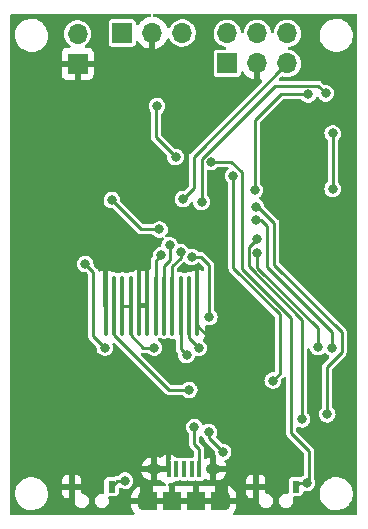
<source format=gbr>
%TF.GenerationSoftware,KiCad,Pcbnew,(6.0.9)*%
%TF.CreationDate,2023-01-20T21:16:28+01:00*%
%TF.ProjectId,AGH-CLK-01,4147482d-434c-44b2-9d30-312e6b696361,rev?*%
%TF.SameCoordinates,Original*%
%TF.FileFunction,Copper,L2,Bot*%
%TF.FilePolarity,Positive*%
%FSLAX46Y46*%
G04 Gerber Fmt 4.6, Leading zero omitted, Abs format (unit mm)*
G04 Created by KiCad (PCBNEW (6.0.9)) date 2023-01-20 21:16:28*
%MOMM*%
%LPD*%
G01*
G04 APERTURE LIST*
G04 Aperture macros list*
%AMRoundRect*
0 Rectangle with rounded corners*
0 $1 Rounding radius*
0 $2 $3 $4 $5 $6 $7 $8 $9 X,Y pos of 4 corners*
0 Add a 4 corners polygon primitive as box body*
4,1,4,$2,$3,$4,$5,$6,$7,$8,$9,$2,$3,0*
0 Add four circle primitives for the rounded corners*
1,1,$1+$1,$2,$3*
1,1,$1+$1,$4,$5*
1,1,$1+$1,$6,$7*
1,1,$1+$1,$8,$9*
0 Add four rect primitives between the rounded corners*
20,1,$1+$1,$2,$3,$4,$5,0*
20,1,$1+$1,$4,$5,$6,$7,0*
20,1,$1+$1,$6,$7,$8,$9,0*
20,1,$1+$1,$8,$9,$2,$3,0*%
G04 Aperture macros list end*
%TA.AperFunction,ComponentPad*%
%ADD10R,1.700000X1.700000*%
%TD*%
%TA.AperFunction,ComponentPad*%
%ADD11O,1.700000X1.700000*%
%TD*%
%TA.AperFunction,SMDPad,CuDef*%
%ADD12R,0.400000X1.350000*%
%TD*%
%TA.AperFunction,ComponentPad*%
%ADD13O,1.250000X0.950000*%
%TD*%
%TA.AperFunction,ComponentPad*%
%ADD14O,0.890000X1.550000*%
%TD*%
%TA.AperFunction,SMDPad,CuDef*%
%ADD15R,1.200000X1.550000*%
%TD*%
%TA.AperFunction,SMDPad,CuDef*%
%ADD16R,1.500000X1.550000*%
%TD*%
%TA.AperFunction,SMDPad,CuDef*%
%ADD17RoundRect,0.087500X-0.087500X2.412500X-0.087500X-2.412500X0.087500X-2.412500X0.087500X2.412500X0*%
%TD*%
%TA.AperFunction,SMDPad,CuDef*%
%ADD18R,0.600000X1.000000*%
%TD*%
%TA.AperFunction,SMDPad,CuDef*%
%ADD19R,0.500000X0.800000*%
%TD*%
%TA.AperFunction,ViaPad*%
%ADD20C,0.800000*%
%TD*%
%TA.AperFunction,Conductor*%
%ADD21C,0.250000*%
%TD*%
G04 APERTURE END LIST*
D10*
%TO.P,J5,1,Pin_1*%
%TO.N,GND*%
X195390000Y-47299000D03*
D11*
%TO.P,J5,2,Pin_2*%
%TO.N,+BATT*%
X195390000Y-44759000D03*
%TD*%
D10*
%TO.P,J1,1,Pin_1*%
%TO.N,VCC*%
X208065000Y-47274000D03*
D11*
%TO.P,J1,2,Pin_2*%
%TO.N,/SWCLK*%
X208065000Y-44734000D03*
%TO.P,J1,3,Pin_3*%
%TO.N,GND*%
X210605000Y-47274000D03*
%TO.P,J1,4,Pin_4*%
%TO.N,/SWDIO*%
X210605000Y-44734000D03*
%TO.P,J1,5,Pin_5*%
%TO.N,/NRST*%
X213145000Y-47274000D03*
%TO.P,J1,6,Pin_6*%
%TO.N,unconnected-(J1-Pad6)*%
X213145000Y-44734000D03*
%TD*%
D10*
%TO.P,J3,1,Pin_1*%
%TO.N,Net-(J3-Pad1)*%
X199165000Y-44699000D03*
D11*
%TO.P,J3,2,Pin_2*%
%TO.N,GND*%
X201705000Y-44699000D03*
%TO.P,J3,3,Pin_3*%
%TO.N,Net-(J3-Pad3)*%
X204245000Y-44699000D03*
%TD*%
D12*
%TO.P,J2,1,VBUS*%
%TO.N,+5V*%
X205690000Y-81614000D03*
%TO.P,J2,2,D-*%
%TO.N,unconnected-(J2-Pad2)*%
X205040000Y-81614000D03*
%TO.P,J2,3,D+*%
%TO.N,unconnected-(J2-Pad3)*%
X204390000Y-81614000D03*
%TO.P,J2,4,ID*%
%TO.N,unconnected-(J2-Pad4)*%
X203740000Y-81614000D03*
%TO.P,J2,5,GND*%
%TO.N,GND*%
X203090000Y-81614000D03*
D13*
%TO.P,J2,6,Shield*%
X206890000Y-81614000D03*
X201890000Y-81614000D03*
D14*
X200890000Y-84314000D03*
D15*
X201490000Y-84314000D03*
X207290000Y-84314000D03*
D14*
X207890000Y-84314000D03*
D16*
X203390000Y-84314000D03*
X205390000Y-84314000D03*
%TD*%
D17*
%TO.P,J4,1,Pin_1*%
%TO.N,GND*%
X197761250Y-67769000D03*
%TO.P,J4,2,Pin_2*%
%TO.N,Net-(J4-Pad2)*%
X198466477Y-67769000D03*
%TO.P,J4,3,Pin_3*%
%TO.N,VCC*%
X199171704Y-67769000D03*
%TO.P,J4,4,Pin_4*%
X199876931Y-67769000D03*
%TO.P,J4,5,Pin_5*%
%TO.N,GND*%
X200582158Y-67769000D03*
%TO.P,J4,6,Pin_6*%
X201287385Y-67769000D03*
%TO.P,J4,7,Pin_7*%
%TO.N,/LCD_DC*%
X201992612Y-67769000D03*
%TO.P,J4,8,Pin_8*%
%TO.N,/LCD_CS*%
X202697839Y-67769000D03*
%TO.P,J4,9,Pin_9*%
%TO.N,/LCD_SCK*%
X203403066Y-67769000D03*
%TO.P,J4,10,Pin_10*%
%TO.N,/LCD_SDA*%
X204108293Y-67769000D03*
%TO.P,J4,11,Pin_11*%
%TO.N,/LCD_RST*%
X204813520Y-67769000D03*
%TO.P,J4,12,Pin_12*%
%TO.N,GND*%
X205518750Y-67769000D03*
%TD*%
D18*
%TO.P,SW2,1,1*%
%TO.N,GND*%
X194890000Y-83099000D03*
%TO.P,SW2,2,2*%
%TO.N,/SW_2*%
X198265000Y-83099000D03*
D19*
%TO.P,SW2,3,3*%
%TO.N,GND*%
X198840000Y-84699000D03*
%TO.P,SW2,4,4*%
X194340000Y-84699000D03*
%TD*%
D18*
%TO.P,SW1,1,1*%
%TO.N,GND*%
X210490000Y-83099000D03*
%TO.P,SW1,2,2*%
%TO.N,/SW_1*%
X213865000Y-83099000D03*
D19*
%TO.P,SW1,3,3*%
%TO.N,GND*%
X214440000Y-84699000D03*
%TO.P,SW1,4,4*%
X209940000Y-84699000D03*
%TD*%
D20*
%TO.N,VCC*%
X201865000Y-71324000D03*
X196040000Y-64249000D03*
X197690000Y-71329000D03*
X216990000Y-53199000D03*
X216990000Y-57899000D03*
X206515000Y-78474000D03*
X207715000Y-80174000D03*
%TO.N,GND*%
X205950000Y-73450000D03*
X206575000Y-51125000D03*
X194350000Y-78275000D03*
X213090000Y-53299000D03*
X209575000Y-81650000D03*
X208175000Y-72675000D03*
X206175000Y-62250000D03*
X192925000Y-72475000D03*
X215690000Y-59199000D03*
X207100000Y-63175000D03*
X213090000Y-55199000D03*
X216925000Y-63400000D03*
X201090000Y-75599000D03*
X202890000Y-72399000D03*
X213990000Y-57599000D03*
X211990000Y-57499000D03*
X193500000Y-62550000D03*
X191750000Y-55400000D03*
X192050000Y-58675000D03*
X216990000Y-61199000D03*
X211525000Y-72700000D03*
X201650000Y-55225000D03*
%TO.N,+5V*%
X205280000Y-78069000D03*
%TO.N,/SW_1*%
X206690000Y-55599000D03*
X214790000Y-82799000D03*
%TO.N,/SW_2*%
X211915000Y-74124000D03*
X199390000Y-82599000D03*
X208590000Y-56799000D03*
%TO.N,/SWCLK*%
X214925000Y-49900000D03*
X210390000Y-57999000D03*
%TO.N,/SWDIO*%
X216400000Y-49800000D03*
X205890000Y-58999000D03*
%TO.N,/NRST*%
X204325000Y-58750000D03*
%TO.N,Net-(J4-Pad2)*%
X204840000Y-74924000D03*
%TO.N,/LCD_DC*%
X202490000Y-63499000D03*
%TO.N,/LCD_CS*%
X203190000Y-62674000D03*
%TO.N,/LCD_SCK*%
X204115000Y-63249000D03*
%TO.N,/LCD_SDA*%
X204615000Y-71949000D03*
%TO.N,/LCD_RST*%
X205640000Y-71374000D03*
%TO.N,/A_BAT_EN*%
X202325000Y-61325000D03*
X198300000Y-58850000D03*
%TO.N,/LCD_BLK*%
X206550000Y-68750000D03*
X205050000Y-63650000D03*
%TO.N,/UART.TX*%
X214390000Y-77399000D03*
X210590000Y-62099000D03*
%TO.N,/PB6*%
X202125000Y-50875000D03*
X203690000Y-55199000D03*
%TO.N,/PA8*%
X210590000Y-63299000D03*
X215750000Y-71300000D03*
%TO.N,/PA11*%
X210466027Y-60499000D03*
X216900000Y-71325000D03*
%TO.N,/PA12*%
X210490180Y-59391573D03*
X216525000Y-76975000D03*
%TD*%
D21*
%TO.N,VCC*%
X196725000Y-70364000D02*
X197690000Y-71329000D01*
X206515000Y-78474000D02*
X206515000Y-78974000D01*
X199171704Y-67769000D02*
X199876931Y-67769000D01*
X199876931Y-70285931D02*
X199876931Y-67769000D01*
X196725000Y-64934000D02*
X196040000Y-64249000D01*
X216990000Y-57899000D02*
X216990000Y-53199000D01*
X196725000Y-64934000D02*
X196725000Y-70364000D01*
X206515000Y-78974000D02*
X207715000Y-80174000D01*
X200915000Y-71324000D02*
X199876931Y-70285931D01*
X201865000Y-71324000D02*
X200915000Y-71324000D01*
%TO.N,GND*%
X205518750Y-67769000D02*
X205518750Y-69452750D01*
X206640000Y-72760000D02*
X205950000Y-73450000D01*
X206640000Y-70574000D02*
X206640000Y-72760000D01*
X205518750Y-69452750D02*
X206640000Y-70574000D01*
%TO.N,+5V*%
X205280000Y-78069000D02*
X205280000Y-79529000D01*
X205280000Y-79529000D02*
X205690000Y-79939000D01*
X205690000Y-79939000D02*
X205690000Y-81614000D01*
%TO.N,/SW_1*%
X209315000Y-56498695D02*
X209315000Y-64687604D01*
X208415305Y-55599000D02*
X209315000Y-56498695D01*
X214990000Y-82599000D02*
X214790000Y-82799000D01*
X214165000Y-82799000D02*
X213865000Y-83099000D01*
X213490000Y-78599000D02*
X214990000Y-80099000D01*
X214790000Y-82799000D02*
X214165000Y-82799000D01*
X206690000Y-55599000D02*
X208415305Y-55599000D01*
X214990000Y-80099000D02*
X214990000Y-82599000D01*
X213490000Y-68862604D02*
X213490000Y-78599000D01*
X209315000Y-64687604D02*
X213490000Y-68862604D01*
%TO.N,/SW_2*%
X208590000Y-64599000D02*
X212515000Y-68524000D01*
X198765000Y-82599000D02*
X198265000Y-83099000D01*
X212515000Y-73524000D02*
X211915000Y-74124000D01*
X199390000Y-82599000D02*
X198765000Y-82599000D01*
X212515000Y-68524000D02*
X212515000Y-73524000D01*
X208590000Y-56799000D02*
X208590000Y-64599000D01*
%TO.N,/SWCLK*%
X210390000Y-57999000D02*
X210390000Y-52099000D01*
X210390000Y-52099000D02*
X212344500Y-50144500D01*
X214925000Y-49900000D02*
X212589000Y-49900000D01*
X212589000Y-49900000D02*
X212344500Y-50144500D01*
%TO.N,/SWDIO*%
X211906847Y-49356847D02*
X212088694Y-49175000D01*
X205890000Y-55373695D02*
X211906847Y-49356847D01*
X212088694Y-49175000D02*
X215775000Y-49175000D01*
X215775000Y-49175000D02*
X216400000Y-49800000D01*
X205890000Y-58999000D02*
X205890000Y-55373695D01*
%TO.N,/NRST*%
X205250000Y-55175000D02*
X205250000Y-57825000D01*
X205250000Y-57825000D02*
X204325000Y-58750000D01*
X213145000Y-47274000D02*
X205250000Y-55169000D01*
X205250000Y-55169000D02*
X205250000Y-55175000D01*
%TO.N,Net-(J4-Pad2)*%
X198466477Y-70250477D02*
X198466477Y-67769000D01*
X204840000Y-74924000D02*
X203140000Y-74924000D01*
X203140000Y-74924000D02*
X198466477Y-70250477D01*
%TO.N,/LCD_DC*%
X201992612Y-63996388D02*
X201992612Y-67769000D01*
X202490000Y-63499000D02*
X201992612Y-63996388D01*
%TO.N,/LCD_CS*%
X203215000Y-62699000D02*
X203215000Y-63924000D01*
X203215000Y-63924000D02*
X202697839Y-64441161D01*
X203190000Y-62674000D02*
X203215000Y-62699000D01*
X202697839Y-64441161D02*
X202697839Y-67769000D01*
%TO.N,/LCD_SCK*%
X204115000Y-63724000D02*
X203390000Y-64449000D01*
X203390000Y-64449000D02*
X203390000Y-67755934D01*
X203390000Y-67755934D02*
X203403066Y-67769000D01*
X204115000Y-63249000D02*
X204115000Y-63724000D01*
%TO.N,/LCD_SDA*%
X204108293Y-71442293D02*
X204108293Y-67769000D01*
X204615000Y-71949000D02*
X204108293Y-71442293D01*
%TO.N,/LCD_RST*%
X204813520Y-70547520D02*
X205640000Y-71374000D01*
X204813520Y-67769000D02*
X204813520Y-70547520D01*
%TO.N,/A_BAT_EN*%
X198300000Y-58850000D02*
X200775000Y-61325000D01*
X200775000Y-61325000D02*
X202325000Y-61325000D01*
%TO.N,/LCD_BLK*%
X206550000Y-68750000D02*
X206550000Y-64375000D01*
X206550000Y-64375000D02*
X205825000Y-63650000D01*
X205825000Y-63650000D02*
X205050000Y-63650000D01*
%TO.N,/UART.TX*%
X214390000Y-68990000D02*
X209865000Y-64465000D01*
X209865000Y-62824000D02*
X210590000Y-62099000D01*
X214390000Y-77399000D02*
X214390000Y-68990000D01*
X209865000Y-64465000D02*
X209865000Y-62824000D01*
%TO.N,/PB6*%
X202008000Y-53517000D02*
X203690000Y-55199000D01*
X202008000Y-50992000D02*
X202125000Y-50875000D01*
X202008000Y-53517000D02*
X202008000Y-50992000D01*
%TO.N,/PA8*%
X210590000Y-64553604D02*
X215750000Y-69713604D01*
X210590000Y-63299000D02*
X210590000Y-64553604D01*
X215750000Y-69713604D02*
X215750000Y-71300000D01*
%TO.N,/PA11*%
X211425000Y-61025000D02*
X211425000Y-64525000D01*
X210899000Y-60499000D02*
X211425000Y-61025000D01*
X210466027Y-60499000D02*
X210899000Y-60499000D01*
X216900000Y-70000000D02*
X216900000Y-71325000D01*
X211425000Y-64525000D02*
X216900000Y-70000000D01*
%TO.N,/PA12*%
X217737500Y-71737500D02*
X216525000Y-72950000D01*
X216525000Y-72950000D02*
X216525000Y-76975000D01*
X212050000Y-60750000D02*
X212050000Y-64300000D01*
X210691573Y-59391573D02*
X212050000Y-60750000D01*
X212050000Y-64300000D02*
X217737500Y-69987500D01*
X210490180Y-59391573D02*
X210691573Y-59391573D01*
X217737500Y-69987500D02*
X217737500Y-71737500D01*
%TD*%
%TA.AperFunction,Conductor*%
%TO.N,GND*%
G36*
X201591142Y-43119502D02*
G01*
X201637635Y-43173158D01*
X201647739Y-43243432D01*
X201618245Y-43308012D01*
X201558519Y-43346396D01*
X201542080Y-43350050D01*
X201394321Y-43372661D01*
X201384293Y-43375050D01*
X201181868Y-43441212D01*
X201172359Y-43445209D01*
X200983463Y-43543542D01*
X200974738Y-43549036D01*
X200804433Y-43676905D01*
X200796726Y-43683748D01*
X200649590Y-43837717D01*
X200643104Y-43845727D01*
X200545588Y-43988680D01*
X200490677Y-44033683D01*
X200420152Y-44041854D01*
X200356405Y-44010600D01*
X200319675Y-43949843D01*
X200315500Y-43917676D01*
X200315500Y-43804354D01*
X200312382Y-43778154D01*
X200279669Y-43704505D01*
X200271663Y-43686482D01*
X200266939Y-43675847D01*
X200258444Y-43667366D01*
X200195945Y-43604977D01*
X200187713Y-43596759D01*
X200177076Y-43592056D01*
X200177074Y-43592055D01*
X200107998Y-43561517D01*
X200085327Y-43551494D01*
X200059646Y-43548500D01*
X198270354Y-43548500D01*
X198266650Y-43548941D01*
X198266647Y-43548941D01*
X198259254Y-43549821D01*
X198244154Y-43551618D01*
X198235514Y-43555456D01*
X198235513Y-43555456D01*
X198169394Y-43584825D01*
X198141847Y-43597061D01*
X198133628Y-43605294D01*
X198133627Y-43605295D01*
X198121003Y-43617941D01*
X198062759Y-43676287D01*
X198058056Y-43686924D01*
X198058055Y-43686926D01*
X198040177Y-43727366D01*
X198017494Y-43778673D01*
X198014500Y-43804354D01*
X198014500Y-45593646D01*
X198017618Y-45619846D01*
X198021456Y-45628486D01*
X198021456Y-45628487D01*
X198024309Y-45634910D01*
X198063061Y-45722153D01*
X198071294Y-45730372D01*
X198071295Y-45730373D01*
X198097363Y-45756395D01*
X198142287Y-45801241D01*
X198152924Y-45805944D01*
X198152926Y-45805945D01*
X198190382Y-45822504D01*
X198244673Y-45846506D01*
X198270354Y-45849500D01*
X200059646Y-45849500D01*
X200063350Y-45849059D01*
X200063353Y-45849059D01*
X200070746Y-45848179D01*
X200085846Y-45846382D01*
X200111120Y-45835156D01*
X200177518Y-45805663D01*
X200188153Y-45800939D01*
X200197681Y-45791395D01*
X200239591Y-45749411D01*
X200267241Y-45721713D01*
X200273516Y-45707521D01*
X200298265Y-45651538D01*
X200312506Y-45619327D01*
X200315500Y-45593646D01*
X200315500Y-45477493D01*
X200335502Y-45409372D01*
X200389158Y-45362879D01*
X200459432Y-45352775D01*
X200524012Y-45382269D01*
X200548933Y-45411658D01*
X200602694Y-45499388D01*
X200608777Y-45507699D01*
X200748213Y-45668667D01*
X200755580Y-45675883D01*
X200919434Y-45811916D01*
X200927881Y-45817831D01*
X201111756Y-45925279D01*
X201121042Y-45929729D01*
X201320001Y-46005703D01*
X201329899Y-46008579D01*
X201433250Y-46029606D01*
X201447299Y-46028410D01*
X201451000Y-46018065D01*
X201451000Y-44571000D01*
X201471002Y-44502879D01*
X201524658Y-44456386D01*
X201577000Y-44445000D01*
X201833000Y-44445000D01*
X201901121Y-44465002D01*
X201947614Y-44518658D01*
X201959000Y-44571000D01*
X201959000Y-46017517D01*
X201963064Y-46031359D01*
X201976478Y-46033393D01*
X201983184Y-46032534D01*
X201993262Y-46030392D01*
X202197255Y-45969191D01*
X202206842Y-45965433D01*
X202398095Y-45871739D01*
X202406945Y-45866464D01*
X202580328Y-45742792D01*
X202588200Y-45736139D01*
X202739052Y-45585812D01*
X202745730Y-45577965D01*
X202870003Y-45405020D01*
X202875313Y-45396183D01*
X202969670Y-45205267D01*
X202973019Y-45196809D01*
X203016693Y-45140836D01*
X203083696Y-45117359D01*
X203152755Y-45133835D01*
X203204597Y-45190442D01*
X203219829Y-45223483D01*
X203244369Y-45276714D01*
X203366405Y-45449391D01*
X203406467Y-45488418D01*
X203510727Y-45589983D01*
X203517865Y-45596937D01*
X203522661Y-45600142D01*
X203522664Y-45600144D01*
X203607661Y-45656937D01*
X203693677Y-45714411D01*
X203698985Y-45716692D01*
X203698986Y-45716692D01*
X203882650Y-45795600D01*
X203882653Y-45795601D01*
X203887953Y-45797878D01*
X203893582Y-45799152D01*
X203893583Y-45799152D01*
X204088550Y-45843269D01*
X204088553Y-45843269D01*
X204094186Y-45844544D01*
X204099957Y-45844771D01*
X204099959Y-45844771D01*
X204161989Y-45847208D01*
X204305470Y-45852846D01*
X204311179Y-45852018D01*
X204311183Y-45852018D01*
X204509015Y-45823333D01*
X204509019Y-45823332D01*
X204514730Y-45822504D01*
X204601579Y-45793023D01*
X204709483Y-45756395D01*
X204709488Y-45756393D01*
X204714955Y-45754537D01*
X204720035Y-45751692D01*
X204894395Y-45654046D01*
X204894399Y-45654043D01*
X204899442Y-45651219D01*
X205062012Y-45516012D01*
X205197219Y-45353442D01*
X205200043Y-45348399D01*
X205200046Y-45348395D01*
X205297713Y-45173998D01*
X205297714Y-45173996D01*
X205300537Y-45168955D01*
X205302393Y-45163488D01*
X205302395Y-45163483D01*
X205366647Y-44974200D01*
X205368504Y-44968730D01*
X205373543Y-44933982D01*
X205398314Y-44763140D01*
X205398314Y-44763138D01*
X205398846Y-44759470D01*
X205400429Y-44699000D01*
X205381081Y-44488440D01*
X205323686Y-44284931D01*
X205320763Y-44279002D01*
X205232719Y-44100469D01*
X205230165Y-44095290D01*
X205129027Y-43959850D01*
X205107104Y-43930491D01*
X205107103Y-43930490D01*
X205103651Y-43925867D01*
X204990514Y-43821284D01*
X204952622Y-43786257D01*
X204952620Y-43786255D01*
X204948381Y-43782337D01*
X204800656Y-43689129D01*
X204774434Y-43672584D01*
X204774433Y-43672584D01*
X204769554Y-43669505D01*
X204573160Y-43591152D01*
X204567503Y-43590027D01*
X204567497Y-43590025D01*
X204371442Y-43551028D01*
X204371440Y-43551028D01*
X204365775Y-43549901D01*
X204360000Y-43549825D01*
X204359996Y-43549825D01*
X204253976Y-43548437D01*
X204154346Y-43547133D01*
X204148649Y-43548112D01*
X204148648Y-43548112D01*
X203951650Y-43581962D01*
X203951649Y-43581962D01*
X203945953Y-43582941D01*
X203747575Y-43656127D01*
X203742614Y-43659079D01*
X203742613Y-43659079D01*
X203627833Y-43727366D01*
X203565856Y-43764238D01*
X203406881Y-43903655D01*
X203275976Y-44069708D01*
X203273287Y-44074819D01*
X203273285Y-44074822D01*
X203199155Y-44215720D01*
X203149736Y-44266692D01*
X203080603Y-44282855D01*
X203013707Y-44259076D01*
X202972097Y-44207294D01*
X202907971Y-44059814D01*
X202903105Y-44050739D01*
X202787426Y-43871926D01*
X202781136Y-43863757D01*
X202637806Y-43706240D01*
X202630273Y-43699215D01*
X202463139Y-43567222D01*
X202454552Y-43561517D01*
X202268117Y-43458599D01*
X202258705Y-43454369D01*
X202057959Y-43383280D01*
X202047989Y-43380646D01*
X201873394Y-43349547D01*
X201809837Y-43317910D01*
X201773474Y-43256932D01*
X201775850Y-43185975D01*
X201816211Y-43127567D01*
X201881743Y-43100252D01*
X201895490Y-43099500D01*
X218963500Y-43099500D01*
X219031621Y-43119502D01*
X219078114Y-43173158D01*
X219089500Y-43225500D01*
X219089500Y-85372500D01*
X219069498Y-85440621D01*
X219015842Y-85487114D01*
X218963500Y-85498500D01*
X208690045Y-85498500D01*
X208621924Y-85478498D01*
X208575431Y-85424842D01*
X208565327Y-85354568D01*
X208594821Y-85289988D01*
X208603472Y-85280951D01*
X208610501Y-85274304D01*
X208618799Y-85264690D01*
X208722523Y-85116557D01*
X208728720Y-85105469D01*
X208800540Y-84939505D01*
X208804382Y-84927393D01*
X208841677Y-84748866D01*
X208842915Y-84739334D01*
X208843000Y-84736111D01*
X208843000Y-84586115D01*
X208838525Y-84570876D01*
X208837135Y-84569671D01*
X208829452Y-84568000D01*
X199955115Y-84568000D01*
X199939876Y-84572475D01*
X199938671Y-84573865D01*
X199937000Y-84581548D01*
X199937000Y-84689192D01*
X199937323Y-84695567D01*
X199951005Y-84830267D01*
X199953559Y-84842707D01*
X200007635Y-85015264D01*
X200012644Y-85026952D01*
X200100314Y-85185111D01*
X200107561Y-85195538D01*
X200188955Y-85290502D01*
X200218099Y-85355241D01*
X200207617Y-85425460D01*
X200160835Y-85478864D01*
X200093287Y-85498500D01*
X189816500Y-85498500D01*
X189748379Y-85478498D01*
X189701886Y-85424842D01*
X189690500Y-85372500D01*
X189690500Y-83632789D01*
X190085996Y-83632789D01*
X190086196Y-83638118D01*
X190086196Y-83638119D01*
X190087014Y-83659916D01*
X190094913Y-83870295D01*
X190143719Y-84102904D01*
X190145677Y-84107863D01*
X190145678Y-84107865D01*
X190221162Y-84299000D01*
X190231020Y-84323963D01*
X190354319Y-84527153D01*
X190357816Y-84531183D01*
X190500461Y-84695567D01*
X190510090Y-84706664D01*
X190514216Y-84710047D01*
X190514220Y-84710051D01*
X190546003Y-84736111D01*
X190693880Y-84857362D01*
X190698516Y-84860001D01*
X190698519Y-84860003D01*
X190767906Y-84899500D01*
X190900433Y-84974939D01*
X191123844Y-85056034D01*
X191129092Y-85056983D01*
X191353641Y-85097588D01*
X191353648Y-85097589D01*
X191357725Y-85098326D01*
X191375991Y-85099187D01*
X191381131Y-85099430D01*
X191381138Y-85099430D01*
X191382619Y-85099500D01*
X191549680Y-85099500D01*
X191632026Y-85092513D01*
X191721512Y-85084920D01*
X191721516Y-85084919D01*
X191726823Y-85084469D01*
X191731978Y-85083131D01*
X191731984Y-85083130D01*
X191911556Y-85036522D01*
X191956874Y-85024760D01*
X192073327Y-84972302D01*
X192168715Y-84929333D01*
X192168718Y-84929332D01*
X192173576Y-84927143D01*
X192370732Y-84794409D01*
X192418474Y-84748866D01*
X192459162Y-84710051D01*
X192542705Y-84630355D01*
X192684579Y-84439670D01*
X192756099Y-84299000D01*
X195134318Y-84299000D01*
X195154956Y-84455762D01*
X195215464Y-84601841D01*
X195311718Y-84727282D01*
X195318264Y-84732305D01*
X195339847Y-84748866D01*
X195437159Y-84823536D01*
X195583238Y-84884044D01*
X195700639Y-84899500D01*
X195779361Y-84899500D01*
X195896762Y-84884044D01*
X196042841Y-84823536D01*
X196140153Y-84748866D01*
X196161736Y-84732305D01*
X196168282Y-84727282D01*
X196264536Y-84601841D01*
X196325044Y-84455762D01*
X196345682Y-84299000D01*
X196834318Y-84299000D01*
X196854956Y-84455762D01*
X196915464Y-84601841D01*
X197011718Y-84727282D01*
X197018264Y-84732305D01*
X197039847Y-84748866D01*
X197137159Y-84823536D01*
X197283238Y-84884044D01*
X197400639Y-84899500D01*
X197479361Y-84899500D01*
X197596762Y-84884044D01*
X197742841Y-84823536D01*
X197840153Y-84748866D01*
X197861736Y-84732305D01*
X197868282Y-84727282D01*
X197964536Y-84601841D01*
X198025044Y-84455762D01*
X198045682Y-84299000D01*
X210734318Y-84299000D01*
X210754956Y-84455762D01*
X210815464Y-84601841D01*
X210911718Y-84727282D01*
X210918264Y-84732305D01*
X210939847Y-84748866D01*
X211037159Y-84823536D01*
X211183238Y-84884044D01*
X211300639Y-84899500D01*
X211379361Y-84899500D01*
X211496762Y-84884044D01*
X211642841Y-84823536D01*
X211740153Y-84748866D01*
X211761736Y-84732305D01*
X211768282Y-84727282D01*
X211864536Y-84601841D01*
X211925044Y-84455762D01*
X211945682Y-84299000D01*
X211925044Y-84142238D01*
X211864536Y-83996159D01*
X211768282Y-83870718D01*
X211642841Y-83774464D01*
X211496762Y-83713956D01*
X211407553Y-83702211D01*
X211342627Y-83673490D01*
X211303535Y-83614225D01*
X211298000Y-83577290D01*
X211298000Y-83371115D01*
X211293525Y-83355876D01*
X211292135Y-83354671D01*
X211284452Y-83353000D01*
X210762115Y-83353000D01*
X210746876Y-83357475D01*
X210745671Y-83358865D01*
X210744000Y-83366548D01*
X210744000Y-84088884D01*
X210748913Y-84105616D01*
X210752939Y-84157559D01*
X210734318Y-84299000D01*
X198045682Y-84299000D01*
X198025044Y-84142238D01*
X197996662Y-84073718D01*
X197993240Y-84041885D01*
X199937000Y-84041885D01*
X199941475Y-84057124D01*
X199942865Y-84058329D01*
X199950548Y-84060000D01*
X200617885Y-84060000D01*
X200633124Y-84055525D01*
X200634329Y-84054135D01*
X200636000Y-84046452D01*
X200636000Y-84041885D01*
X201144000Y-84041885D01*
X201148475Y-84057124D01*
X201149865Y-84058329D01*
X201157548Y-84060000D01*
X201217885Y-84060000D01*
X201233124Y-84055525D01*
X201234329Y-84054135D01*
X201236000Y-84046452D01*
X201236000Y-84041885D01*
X201744000Y-84041885D01*
X201748475Y-84057124D01*
X201749865Y-84058329D01*
X201757548Y-84060000D01*
X203117885Y-84060000D01*
X203133124Y-84055525D01*
X203134329Y-84054135D01*
X203136000Y-84046452D01*
X203136000Y-84041885D01*
X203644000Y-84041885D01*
X203648475Y-84057124D01*
X203649865Y-84058329D01*
X203657548Y-84060000D01*
X205117885Y-84060000D01*
X205133124Y-84055525D01*
X205134329Y-84054135D01*
X205136000Y-84046452D01*
X205136000Y-84041885D01*
X205644000Y-84041885D01*
X205648475Y-84057124D01*
X205649865Y-84058329D01*
X205657548Y-84060000D01*
X207017885Y-84060000D01*
X207033124Y-84055525D01*
X207034329Y-84054135D01*
X207036000Y-84046452D01*
X207036000Y-84041885D01*
X207544000Y-84041885D01*
X207548475Y-84057124D01*
X207549865Y-84058329D01*
X207557548Y-84060000D01*
X207617885Y-84060000D01*
X207633124Y-84055525D01*
X207634329Y-84054135D01*
X207636000Y-84046452D01*
X207636000Y-84041885D01*
X208144000Y-84041885D01*
X208148475Y-84057124D01*
X208149865Y-84058329D01*
X208157548Y-84060000D01*
X208824885Y-84060000D01*
X208840124Y-84055525D01*
X208841329Y-84054135D01*
X208843000Y-84046452D01*
X208843000Y-83938808D01*
X208842677Y-83932433D01*
X208828995Y-83797733D01*
X208826441Y-83785293D01*
X208782059Y-83643669D01*
X209682001Y-83643669D01*
X209682371Y-83650490D01*
X209687895Y-83701352D01*
X209691521Y-83716604D01*
X209736676Y-83837054D01*
X209745214Y-83852649D01*
X209821715Y-83954724D01*
X209834276Y-83967285D01*
X209936351Y-84043786D01*
X209951946Y-84052324D01*
X210072394Y-84097478D01*
X210087649Y-84101105D01*
X210138514Y-84106631D01*
X210145328Y-84107000D01*
X210217885Y-84107000D01*
X210233124Y-84102525D01*
X210234329Y-84101135D01*
X210236000Y-84093452D01*
X210236000Y-83371115D01*
X210231525Y-83355876D01*
X210230135Y-83354671D01*
X210222452Y-83353000D01*
X209700116Y-83353000D01*
X209684877Y-83357475D01*
X209683672Y-83358865D01*
X209682001Y-83366548D01*
X209682001Y-83643669D01*
X208782059Y-83643669D01*
X208772365Y-83612736D01*
X208767356Y-83601048D01*
X208679686Y-83442889D01*
X208672435Y-83432456D01*
X208554756Y-83295157D01*
X208545547Y-83286388D01*
X208402667Y-83175558D01*
X208391887Y-83168822D01*
X208229626Y-83088981D01*
X208217727Y-83084555D01*
X208161531Y-83069918D01*
X208147436Y-83070352D01*
X208144000Y-83078533D01*
X208144000Y-84041885D01*
X207636000Y-84041885D01*
X207636000Y-83049115D01*
X207631525Y-83033876D01*
X207630135Y-83032671D01*
X207622452Y-83031000D01*
X207562115Y-83031000D01*
X207546876Y-83035475D01*
X207545671Y-83036865D01*
X207544000Y-83044548D01*
X207544000Y-84041885D01*
X207036000Y-84041885D01*
X207036000Y-83049116D01*
X207031525Y-83033877D01*
X207030135Y-83032672D01*
X207022452Y-83031001D01*
X206645331Y-83031001D01*
X206638510Y-83031371D01*
X206587648Y-83036895D01*
X206572394Y-83040522D01*
X206459229Y-83082945D01*
X206388422Y-83088128D01*
X206370771Y-83082945D01*
X206257609Y-83040522D01*
X206242351Y-83036895D01*
X206191486Y-83031369D01*
X206184672Y-83031000D01*
X205662115Y-83031000D01*
X205646876Y-83035475D01*
X205645671Y-83036865D01*
X205644000Y-83044548D01*
X205644000Y-84041885D01*
X205136000Y-84041885D01*
X205136000Y-83049116D01*
X205131525Y-83033877D01*
X205130135Y-83032672D01*
X205122452Y-83031001D01*
X204595331Y-83031001D01*
X204588510Y-83031371D01*
X204537648Y-83036895D01*
X204522396Y-83040521D01*
X204434230Y-83073573D01*
X204363422Y-83078756D01*
X204345770Y-83073573D01*
X204257606Y-83040522D01*
X204242351Y-83036895D01*
X204191486Y-83031369D01*
X204184672Y-83031000D01*
X203662115Y-83031000D01*
X203646876Y-83035475D01*
X203645671Y-83036865D01*
X203644000Y-83044548D01*
X203644000Y-84041885D01*
X203136000Y-84041885D01*
X203136000Y-83049116D01*
X203131525Y-83033877D01*
X203113460Y-83018223D01*
X203075077Y-82958497D01*
X203075077Y-82887501D01*
X203113461Y-82827774D01*
X203115408Y-82826885D01*
X209682000Y-82826885D01*
X209686475Y-82842124D01*
X209687865Y-82843329D01*
X209695548Y-82845000D01*
X210217885Y-82845000D01*
X210233124Y-82840525D01*
X210234329Y-82839135D01*
X210236000Y-82831452D01*
X210236000Y-82826885D01*
X210744000Y-82826885D01*
X210748475Y-82842124D01*
X210749865Y-82843329D01*
X210757548Y-82845000D01*
X211279884Y-82845000D01*
X211295123Y-82840525D01*
X211296328Y-82839135D01*
X211297999Y-82831452D01*
X211297999Y-82554331D01*
X211297629Y-82547510D01*
X211292105Y-82496648D01*
X211288479Y-82481396D01*
X211243324Y-82360946D01*
X211234786Y-82345351D01*
X211158285Y-82243276D01*
X211145724Y-82230715D01*
X211043649Y-82154214D01*
X211028054Y-82145676D01*
X210907606Y-82100522D01*
X210892351Y-82096895D01*
X210841486Y-82091369D01*
X210834672Y-82091000D01*
X210762115Y-82091000D01*
X210746876Y-82095475D01*
X210745671Y-82096865D01*
X210744000Y-82104548D01*
X210744000Y-82826885D01*
X210236000Y-82826885D01*
X210236000Y-82109116D01*
X210231525Y-82093877D01*
X210230135Y-82092672D01*
X210222452Y-82091001D01*
X210145331Y-82091001D01*
X210138510Y-82091371D01*
X210087648Y-82096895D01*
X210072396Y-82100521D01*
X209951946Y-82145676D01*
X209936351Y-82154214D01*
X209834276Y-82230715D01*
X209821715Y-82243276D01*
X209745214Y-82345351D01*
X209736676Y-82360946D01*
X209691522Y-82481394D01*
X209687895Y-82496649D01*
X209682369Y-82547514D01*
X209682000Y-82554328D01*
X209682000Y-82826885D01*
X203115408Y-82826885D01*
X203178042Y-82798281D01*
X203195973Y-82796999D01*
X203334669Y-82796999D01*
X203341490Y-82796629D01*
X203392352Y-82791105D01*
X203407604Y-82787479D01*
X203528054Y-82742324D01*
X203543649Y-82733786D01*
X203645724Y-82657285D01*
X203658284Y-82644725D01*
X203661873Y-82639936D01*
X203718731Y-82597421D01*
X203762700Y-82589500D01*
X203984646Y-82589500D01*
X203988350Y-82589059D01*
X203988353Y-82589059D01*
X204001461Y-82587499D01*
X204001462Y-82587499D01*
X204010846Y-82586382D01*
X204019484Y-82582545D01*
X204028602Y-82580039D01*
X204029400Y-82582942D01*
X204084340Y-82575625D01*
X204101721Y-82580711D01*
X204101865Y-82580183D01*
X204111011Y-82582676D01*
X204119673Y-82586506D01*
X204129082Y-82587603D01*
X204130343Y-82587750D01*
X204145354Y-82589500D01*
X204634646Y-82589500D01*
X204638350Y-82589059D01*
X204638353Y-82589059D01*
X204651461Y-82587499D01*
X204651462Y-82587499D01*
X204660846Y-82586382D01*
X204669484Y-82582545D01*
X204678602Y-82580039D01*
X204679400Y-82582942D01*
X204734340Y-82575625D01*
X204751721Y-82580711D01*
X204751865Y-82580183D01*
X204761011Y-82582676D01*
X204769673Y-82586506D01*
X204779082Y-82587603D01*
X204780343Y-82587750D01*
X204795354Y-82589500D01*
X205284646Y-82589500D01*
X205288350Y-82589059D01*
X205288353Y-82589059D01*
X205301461Y-82587499D01*
X205301462Y-82587499D01*
X205310846Y-82586382D01*
X205319484Y-82582545D01*
X205328602Y-82580039D01*
X205329400Y-82582942D01*
X205384340Y-82575625D01*
X205401721Y-82580711D01*
X205401865Y-82580183D01*
X205411011Y-82582676D01*
X205419673Y-82586506D01*
X205429082Y-82587603D01*
X205430343Y-82587750D01*
X205445354Y-82589500D01*
X205934646Y-82589500D01*
X205938350Y-82589059D01*
X205938353Y-82589059D01*
X205945746Y-82588179D01*
X205960846Y-82586382D01*
X205969512Y-82582533D01*
X206052518Y-82545663D01*
X206063153Y-82540939D01*
X206107292Y-82496723D01*
X206169574Y-82462644D01*
X206240395Y-82467647D01*
X206257943Y-82475757D01*
X206263823Y-82479044D01*
X206435382Y-82553284D01*
X206447485Y-82557123D01*
X206618264Y-82592801D01*
X206632325Y-82591678D01*
X206636000Y-82581571D01*
X206636000Y-82573390D01*
X207144000Y-82573390D01*
X207148216Y-82587750D01*
X207160695Y-82589809D01*
X207232331Y-82582533D01*
X207244770Y-82579979D01*
X207423143Y-82524080D01*
X207434831Y-82519071D01*
X207598320Y-82428447D01*
X207608753Y-82421196D01*
X207750688Y-82299544D01*
X207759441Y-82290353D01*
X207874021Y-82142636D01*
X207880745Y-82131876D01*
X207963281Y-81964140D01*
X207967709Y-81952233D01*
X207985083Y-81885531D01*
X207984649Y-81871436D01*
X207976468Y-81868000D01*
X207162115Y-81868000D01*
X207146876Y-81872475D01*
X207145671Y-81873865D01*
X207144000Y-81881548D01*
X207144000Y-82573390D01*
X206636000Y-82573390D01*
X206636000Y-80654610D01*
X206631784Y-80640250D01*
X206619305Y-80638191D01*
X206547669Y-80645467D01*
X206535230Y-80648021D01*
X206356857Y-80703920D01*
X206345169Y-80708929D01*
X206302586Y-80732533D01*
X206233309Y-80748064D01*
X206166632Y-80723676D01*
X206123726Y-80667112D01*
X206115500Y-80622331D01*
X206115500Y-79871607D01*
X206112437Y-79862180D01*
X206112436Y-79862173D01*
X206108087Y-79848788D01*
X206103473Y-79829569D01*
X206101271Y-79815669D01*
X206101270Y-79815666D01*
X206099719Y-79805874D01*
X206088830Y-79784503D01*
X206081265Y-79766239D01*
X206076915Y-79752852D01*
X206076914Y-79752849D01*
X206073850Y-79743420D01*
X206059744Y-79724006D01*
X206049416Y-79707150D01*
X206046672Y-79701763D01*
X206038528Y-79685780D01*
X205742405Y-79389657D01*
X205708379Y-79327345D01*
X205705500Y-79300562D01*
X205705500Y-78938767D01*
X205725502Y-78870646D01*
X205779158Y-78824153D01*
X205849432Y-78814049D01*
X205914012Y-78843543D01*
X205936082Y-78868491D01*
X205976596Y-78928783D01*
X205976599Y-78928786D01*
X205980830Y-78935083D01*
X205986443Y-78940191D01*
X205986447Y-78940195D01*
X206061364Y-79008364D01*
X206096397Y-79062620D01*
X206096916Y-79064216D01*
X206101528Y-79083429D01*
X206105281Y-79107126D01*
X206109784Y-79115963D01*
X206109784Y-79115964D01*
X206116172Y-79128502D01*
X206123736Y-79146763D01*
X206128085Y-79160147D01*
X206128087Y-79160150D01*
X206131151Y-79169581D01*
X206136980Y-79177604D01*
X206145253Y-79188991D01*
X206155577Y-79205837D01*
X206166472Y-79227220D01*
X206976680Y-80037428D01*
X207010706Y-80099740D01*
X207012507Y-80142967D01*
X207009394Y-80166611D01*
X207027999Y-80335135D01*
X207035867Y-80356634D01*
X207083090Y-80485676D01*
X207086266Y-80494356D01*
X207090502Y-80500659D01*
X207090502Y-80500660D01*
X207123893Y-80550351D01*
X207145285Y-80618048D01*
X207143719Y-80627501D01*
X207144188Y-80627516D01*
X207144000Y-80633473D01*
X207144000Y-81341885D01*
X207148475Y-81357124D01*
X207149865Y-81358329D01*
X207157548Y-81360000D01*
X207975867Y-81360000D01*
X207989398Y-81356027D01*
X207990275Y-81349925D01*
X207930277Y-81186855D01*
X207924705Y-81175431D01*
X207838024Y-81035630D01*
X207819126Y-80967194D01*
X207840228Y-80899406D01*
X207894629Y-80853787D01*
X207916981Y-80846413D01*
X207919324Y-80845876D01*
X207954029Y-80837928D01*
X208105498Y-80761747D01*
X208208859Y-80673468D01*
X208228651Y-80656564D01*
X208228652Y-80656563D01*
X208234423Y-80651634D01*
X208333361Y-80513947D01*
X208341294Y-80494214D01*
X208393766Y-80363687D01*
X208393767Y-80363685D01*
X208396601Y-80356634D01*
X208420490Y-80188778D01*
X208420645Y-80174000D01*
X208400276Y-80005680D01*
X208340345Y-79847077D01*
X208263592Y-79735401D01*
X208248614Y-79713608D01*
X208248613Y-79713607D01*
X208244312Y-79707349D01*
X208238641Y-79702296D01*
X208123392Y-79599612D01*
X208123388Y-79599610D01*
X208117721Y-79594560D01*
X208102450Y-79586474D01*
X208050080Y-79558746D01*
X207967881Y-79515224D01*
X207803441Y-79473919D01*
X207795843Y-79473879D01*
X207795841Y-79473879D01*
X207698216Y-79473368D01*
X207667487Y-79473207D01*
X207599472Y-79452849D01*
X207579052Y-79436304D01*
X207135185Y-78992437D01*
X207101159Y-78930125D01*
X207106224Y-78859310D01*
X207121954Y-78829821D01*
X207133361Y-78813947D01*
X207175779Y-78708430D01*
X207193766Y-78663687D01*
X207193767Y-78663685D01*
X207196601Y-78656634D01*
X207220490Y-78488778D01*
X207220645Y-78474000D01*
X207200276Y-78305680D01*
X207140345Y-78147077D01*
X207108443Y-78100660D01*
X207048614Y-78013608D01*
X207048613Y-78013607D01*
X207044312Y-78007349D01*
X207038119Y-78001831D01*
X206923392Y-77899612D01*
X206923388Y-77899610D01*
X206917721Y-77894560D01*
X206908739Y-77889804D01*
X206850080Y-77858746D01*
X206767881Y-77815224D01*
X206603441Y-77773919D01*
X206595843Y-77773879D01*
X206595841Y-77773879D01*
X206518668Y-77773475D01*
X206433895Y-77773031D01*
X206426508Y-77774805D01*
X206426504Y-77774805D01*
X206283162Y-77809220D01*
X206269032Y-77812612D01*
X206262288Y-77816093D01*
X206262285Y-77816094D01*
X206118369Y-77890375D01*
X206117651Y-77888985D01*
X206058398Y-77908049D01*
X205989786Y-77889804D01*
X205941930Y-77837361D01*
X205937295Y-77826629D01*
X205908029Y-77749180D01*
X205905345Y-77742077D01*
X205900857Y-77735547D01*
X205813614Y-77608608D01*
X205813613Y-77608607D01*
X205809312Y-77602349D01*
X205797514Y-77591837D01*
X205688392Y-77494612D01*
X205688388Y-77494610D01*
X205682721Y-77489560D01*
X205532881Y-77410224D01*
X205368441Y-77368919D01*
X205360843Y-77368879D01*
X205360841Y-77368879D01*
X205283668Y-77368475D01*
X205198895Y-77368031D01*
X205191508Y-77369805D01*
X205191504Y-77369805D01*
X205052680Y-77403135D01*
X205034032Y-77407612D01*
X205027288Y-77411093D01*
X205027285Y-77411094D01*
X204890117Y-77481892D01*
X204883369Y-77485375D01*
X204755604Y-77596831D01*
X204658113Y-77735547D01*
X204596524Y-77893513D01*
X204595532Y-77901046D01*
X204595532Y-77901047D01*
X204575730Y-78051466D01*
X204574394Y-78061611D01*
X204592999Y-78230135D01*
X204651266Y-78389356D01*
X204655502Y-78395659D01*
X204655502Y-78395660D01*
X204741596Y-78523783D01*
X204741599Y-78523786D01*
X204745830Y-78530083D01*
X204801496Y-78580735D01*
X204813300Y-78591476D01*
X204850222Y-78652117D01*
X204854500Y-78684670D01*
X204854500Y-79596393D01*
X204861914Y-79619210D01*
X204866528Y-79638429D01*
X204870281Y-79662126D01*
X204874784Y-79670963D01*
X204874784Y-79670964D01*
X204881172Y-79683502D01*
X204888736Y-79701763D01*
X204893085Y-79715147D01*
X204893087Y-79715150D01*
X204896151Y-79724581D01*
X204901980Y-79732604D01*
X204910253Y-79743991D01*
X204920577Y-79760837D01*
X204931472Y-79782220D01*
X205227595Y-80078343D01*
X205261621Y-80140655D01*
X205264500Y-80167438D01*
X205264500Y-80512500D01*
X205244498Y-80580621D01*
X205190842Y-80627114D01*
X205138500Y-80638500D01*
X204795354Y-80638500D01*
X204791650Y-80638941D01*
X204791647Y-80638941D01*
X204778539Y-80640501D01*
X204778538Y-80640501D01*
X204769154Y-80641618D01*
X204760516Y-80645455D01*
X204751398Y-80647961D01*
X204750600Y-80645058D01*
X204695660Y-80652375D01*
X204678279Y-80647289D01*
X204678135Y-80647817D01*
X204668989Y-80645324D01*
X204660327Y-80641494D01*
X204650918Y-80640397D01*
X204649627Y-80640247D01*
X204634646Y-80638500D01*
X204145354Y-80638500D01*
X204141650Y-80638941D01*
X204141647Y-80638941D01*
X204128539Y-80640501D01*
X204128538Y-80640501D01*
X204119154Y-80641618D01*
X204110516Y-80645455D01*
X204101398Y-80647961D01*
X204100600Y-80645058D01*
X204045660Y-80652375D01*
X204028279Y-80647289D01*
X204028135Y-80647817D01*
X204018989Y-80645324D01*
X204010327Y-80641494D01*
X204000918Y-80640397D01*
X203999627Y-80640247D01*
X203984646Y-80638500D01*
X203762700Y-80638500D01*
X203694579Y-80618498D01*
X203661873Y-80588064D01*
X203658284Y-80583275D01*
X203645724Y-80570715D01*
X203543649Y-80494214D01*
X203528054Y-80485676D01*
X203407606Y-80440522D01*
X203392351Y-80436895D01*
X203341486Y-80431369D01*
X203334672Y-80431000D01*
X203308115Y-80431000D01*
X203292876Y-80435475D01*
X203291671Y-80436865D01*
X203290000Y-80444548D01*
X203290000Y-80734608D01*
X203279240Y-80785556D01*
X203242494Y-80868673D01*
X203239500Y-80894354D01*
X203239500Y-81688000D01*
X203219498Y-81756121D01*
X203165842Y-81802614D01*
X203113500Y-81814000D01*
X203081115Y-81814000D01*
X203065876Y-81818474D01*
X203060645Y-81824512D01*
X203000919Y-81862896D01*
X202965420Y-81868000D01*
X202162115Y-81868000D01*
X202146876Y-81872475D01*
X202145671Y-81873865D01*
X202144000Y-81881548D01*
X202144000Y-82573390D01*
X202148216Y-82587750D01*
X202160695Y-82589809D01*
X202232331Y-82582533D01*
X202244767Y-82579980D01*
X202344694Y-82548664D01*
X202415679Y-82547379D01*
X202476090Y-82584676D01*
X202483201Y-82593334D01*
X202521716Y-82644725D01*
X202534276Y-82657285D01*
X202636351Y-82733786D01*
X202651946Y-82742324D01*
X202771169Y-82787019D01*
X202827933Y-82829661D01*
X202852633Y-82896222D01*
X202837425Y-82965571D01*
X202787139Y-83015689D01*
X202726939Y-83031001D01*
X202595331Y-83031001D01*
X202588510Y-83031371D01*
X202537648Y-83036895D01*
X202522394Y-83040522D01*
X202409229Y-83082945D01*
X202338422Y-83088128D01*
X202320771Y-83082945D01*
X202207609Y-83040522D01*
X202192351Y-83036895D01*
X202141486Y-83031369D01*
X202134672Y-83031000D01*
X201762115Y-83031000D01*
X201746876Y-83035475D01*
X201745671Y-83036865D01*
X201744000Y-83044548D01*
X201744000Y-84041885D01*
X201236000Y-84041885D01*
X201236000Y-83049116D01*
X201231525Y-83033877D01*
X201230135Y-83032672D01*
X201222452Y-83031001D01*
X201162115Y-83031001D01*
X201146876Y-83035476D01*
X201145671Y-83036866D01*
X201144000Y-83044549D01*
X201144000Y-84041885D01*
X200636000Y-84041885D01*
X200636000Y-83080099D01*
X200632027Y-83066568D01*
X200625925Y-83065691D01*
X200476064Y-83120830D01*
X200464658Y-83126392D01*
X200310956Y-83221691D01*
X200300895Y-83229440D01*
X200169504Y-83353690D01*
X200161201Y-83363310D01*
X200057477Y-83511443D01*
X200051280Y-83522531D01*
X199979460Y-83688495D01*
X199975618Y-83700607D01*
X199938323Y-83879134D01*
X199937085Y-83888666D01*
X199937000Y-83891889D01*
X199937000Y-84041885D01*
X197993240Y-84041885D01*
X197989073Y-84003128D01*
X198020852Y-83939641D01*
X198081910Y-83903414D01*
X198113071Y-83899500D01*
X198609646Y-83899500D01*
X198613350Y-83899059D01*
X198613353Y-83899059D01*
X198620746Y-83898179D01*
X198635846Y-83896382D01*
X198645514Y-83892088D01*
X198727518Y-83855663D01*
X198738153Y-83850939D01*
X198817241Y-83771713D01*
X198822478Y-83759869D01*
X198858675Y-83677992D01*
X198862506Y-83669327D01*
X198865500Y-83643646D01*
X198865500Y-83323140D01*
X198885502Y-83255019D01*
X198939158Y-83208526D01*
X199009432Y-83198422D01*
X199051623Y-83212409D01*
X199130235Y-83255092D01*
X199137584Y-83257020D01*
X199286883Y-83296188D01*
X199286885Y-83296188D01*
X199294233Y-83298116D01*
X199380609Y-83299473D01*
X199456161Y-83300660D01*
X199456164Y-83300660D01*
X199463760Y-83300779D01*
X199471165Y-83299083D01*
X199471166Y-83299083D01*
X199531586Y-83285245D01*
X199629029Y-83262928D01*
X199780498Y-83186747D01*
X199894967Y-83088981D01*
X199903651Y-83081564D01*
X199903652Y-83081563D01*
X199909423Y-83076634D01*
X200008361Y-82938947D01*
X200011194Y-82931900D01*
X200068766Y-82788687D01*
X200068767Y-82788685D01*
X200071601Y-82781634D01*
X200091767Y-82639936D01*
X200094909Y-82617862D01*
X200094909Y-82617859D01*
X200095490Y-82613778D01*
X200095645Y-82599000D01*
X200093351Y-82580039D01*
X200091004Y-82560653D01*
X200075276Y-82430680D01*
X200015345Y-82272077D01*
X199997401Y-82245969D01*
X199923614Y-82138608D01*
X199923613Y-82138607D01*
X199919312Y-82132349D01*
X199913119Y-82126831D01*
X199798392Y-82024612D01*
X199798388Y-82024610D01*
X199792721Y-82019560D01*
X199642881Y-81940224D01*
X199478441Y-81898919D01*
X199470843Y-81898879D01*
X199470841Y-81898879D01*
X199393668Y-81898475D01*
X199308895Y-81898031D01*
X199301508Y-81899805D01*
X199301504Y-81899805D01*
X199158162Y-81934220D01*
X199144032Y-81937612D01*
X199137288Y-81941093D01*
X199137285Y-81941094D01*
X199000117Y-82011892D01*
X198993369Y-82015375D01*
X198987647Y-82020367D01*
X198987645Y-82020368D01*
X198871332Y-82121834D01*
X198865604Y-82126831D01*
X198861918Y-82132076D01*
X198801905Y-82169049D01*
X198768713Y-82173500D01*
X198697607Y-82173500D01*
X198688180Y-82176563D01*
X198688173Y-82176564D01*
X198674788Y-82180913D01*
X198655569Y-82185527D01*
X198641672Y-82187728D01*
X198641665Y-82187730D01*
X198631874Y-82189281D01*
X198610498Y-82200173D01*
X198592237Y-82207736D01*
X198569419Y-82215150D01*
X198561397Y-82220979D01*
X198561396Y-82220979D01*
X198550011Y-82229251D01*
X198533156Y-82239581D01*
X198511780Y-82250472D01*
X198500657Y-82261595D01*
X198438345Y-82295621D01*
X198411562Y-82298500D01*
X197920354Y-82298500D01*
X197916650Y-82298941D01*
X197916647Y-82298941D01*
X197911581Y-82299544D01*
X197894154Y-82301618D01*
X197885514Y-82305456D01*
X197885513Y-82305456D01*
X197802482Y-82342337D01*
X197791847Y-82347061D01*
X197783628Y-82355294D01*
X197783627Y-82355295D01*
X197763523Y-82375434D01*
X197712759Y-82426287D01*
X197708056Y-82436924D01*
X197708055Y-82436926D01*
X197690888Y-82475757D01*
X197667494Y-82528673D01*
X197664500Y-82554354D01*
X197664500Y-83579199D01*
X197644498Y-83647320D01*
X197590842Y-83693813D01*
X197522055Y-83704121D01*
X197479361Y-83698500D01*
X197400639Y-83698500D01*
X197396553Y-83699038D01*
X197396552Y-83699038D01*
X197372443Y-83702212D01*
X197283238Y-83713956D01*
X197137159Y-83774464D01*
X197011718Y-83870718D01*
X196915464Y-83996159D01*
X196854956Y-84142238D01*
X196834318Y-84299000D01*
X196345682Y-84299000D01*
X196325044Y-84142238D01*
X196264536Y-83996159D01*
X196168282Y-83870718D01*
X196042841Y-83774464D01*
X195896762Y-83713956D01*
X195807553Y-83702211D01*
X195742627Y-83673490D01*
X195703535Y-83614225D01*
X195698000Y-83577290D01*
X195698000Y-83371115D01*
X195693525Y-83355876D01*
X195692135Y-83354671D01*
X195684452Y-83353000D01*
X195162115Y-83353000D01*
X195146876Y-83357475D01*
X195145671Y-83358865D01*
X195144000Y-83366548D01*
X195144000Y-84088884D01*
X195148913Y-84105616D01*
X195152939Y-84157559D01*
X195134318Y-84299000D01*
X192756099Y-84299000D01*
X192792295Y-84227807D01*
X192816323Y-84150426D01*
X192861193Y-84005919D01*
X192862775Y-84000824D01*
X192880076Y-83870295D01*
X192893304Y-83770494D01*
X192893304Y-83770491D01*
X192894004Y-83765211D01*
X192893804Y-83759869D01*
X192889441Y-83643669D01*
X194082001Y-83643669D01*
X194082371Y-83650490D01*
X194087895Y-83701352D01*
X194091521Y-83716604D01*
X194136676Y-83837054D01*
X194145214Y-83852649D01*
X194221715Y-83954724D01*
X194234276Y-83967285D01*
X194336351Y-84043786D01*
X194351946Y-84052324D01*
X194472394Y-84097478D01*
X194487649Y-84101105D01*
X194538514Y-84106631D01*
X194545328Y-84107000D01*
X194617885Y-84107000D01*
X194633124Y-84102525D01*
X194634329Y-84101135D01*
X194636000Y-84093452D01*
X194636000Y-83371115D01*
X194631525Y-83355876D01*
X194630135Y-83354671D01*
X194622452Y-83353000D01*
X194100116Y-83353000D01*
X194084877Y-83357475D01*
X194083672Y-83358865D01*
X194082001Y-83366548D01*
X194082001Y-83643669D01*
X192889441Y-83643669D01*
X192885287Y-83533036D01*
X192885087Y-83527705D01*
X192836281Y-83295096D01*
X192802093Y-83208526D01*
X192750941Y-83079002D01*
X192750940Y-83079000D01*
X192748980Y-83074037D01*
X192726424Y-83036865D01*
X192628448Y-82875407D01*
X192625681Y-82870847D01*
X192587533Y-82826885D01*
X194082000Y-82826885D01*
X194086475Y-82842124D01*
X194087865Y-82843329D01*
X194095548Y-82845000D01*
X194617885Y-82845000D01*
X194633124Y-82840525D01*
X194634329Y-82839135D01*
X194636000Y-82831452D01*
X194636000Y-82826885D01*
X195144000Y-82826885D01*
X195148475Y-82842124D01*
X195149865Y-82843329D01*
X195157548Y-82845000D01*
X195679884Y-82845000D01*
X195695123Y-82840525D01*
X195696328Y-82839135D01*
X195697999Y-82831452D01*
X195697999Y-82554331D01*
X195697629Y-82547510D01*
X195692105Y-82496648D01*
X195688479Y-82481396D01*
X195643324Y-82360946D01*
X195634786Y-82345351D01*
X195558285Y-82243276D01*
X195545724Y-82230715D01*
X195443649Y-82154214D01*
X195428054Y-82145676D01*
X195307606Y-82100522D01*
X195292351Y-82096895D01*
X195241486Y-82091369D01*
X195234672Y-82091000D01*
X195162115Y-82091000D01*
X195146876Y-82095475D01*
X195145671Y-82096865D01*
X195144000Y-82104548D01*
X195144000Y-82826885D01*
X194636000Y-82826885D01*
X194636000Y-82109116D01*
X194631525Y-82093877D01*
X194630135Y-82092672D01*
X194622452Y-82091001D01*
X194545331Y-82091001D01*
X194538510Y-82091371D01*
X194487648Y-82096895D01*
X194472396Y-82100521D01*
X194351946Y-82145676D01*
X194336351Y-82154214D01*
X194234276Y-82230715D01*
X194221715Y-82243276D01*
X194145214Y-82345351D01*
X194136676Y-82360946D01*
X194091522Y-82481394D01*
X194087895Y-82496649D01*
X194082369Y-82547514D01*
X194082000Y-82554328D01*
X194082000Y-82826885D01*
X192587533Y-82826885D01*
X192469910Y-82691336D01*
X192465784Y-82687953D01*
X192465780Y-82687949D01*
X192326064Y-82573390D01*
X192286120Y-82540638D01*
X192281484Y-82537999D01*
X192281481Y-82537997D01*
X192177911Y-82479042D01*
X192079567Y-82423061D01*
X191856156Y-82341966D01*
X191850908Y-82341017D01*
X191626359Y-82300412D01*
X191626352Y-82300411D01*
X191622275Y-82299674D01*
X191604009Y-82298813D01*
X191598869Y-82298570D01*
X191598862Y-82298570D01*
X191597381Y-82298500D01*
X191430320Y-82298500D01*
X191348342Y-82305456D01*
X191258488Y-82313080D01*
X191258484Y-82313081D01*
X191253177Y-82313531D01*
X191248022Y-82314869D01*
X191248016Y-82314870D01*
X191084456Y-82357322D01*
X191023126Y-82373240D01*
X190925766Y-82417097D01*
X190811285Y-82468667D01*
X190811282Y-82468668D01*
X190806424Y-82470857D01*
X190609268Y-82603591D01*
X190605411Y-82607270D01*
X190605409Y-82607272D01*
X190566148Y-82644725D01*
X190437295Y-82767645D01*
X190295421Y-82958330D01*
X190187705Y-83170193D01*
X190186124Y-83175284D01*
X190186123Y-83175287D01*
X190147984Y-83298116D01*
X190117225Y-83397176D01*
X190116524Y-83402465D01*
X190088457Y-83614225D01*
X190085996Y-83632789D01*
X189690500Y-83632789D01*
X189690500Y-81878075D01*
X200789725Y-81878075D01*
X200849723Y-82041145D01*
X200855297Y-82052573D01*
X200953799Y-82211440D01*
X200961549Y-82221504D01*
X201089986Y-82357322D01*
X201099606Y-82365625D01*
X201252731Y-82472845D01*
X201263820Y-82479042D01*
X201435382Y-82553284D01*
X201447485Y-82557123D01*
X201618264Y-82592801D01*
X201632325Y-82591678D01*
X201636000Y-82581571D01*
X201636000Y-81886115D01*
X201631525Y-81870876D01*
X201630135Y-81869671D01*
X201622452Y-81868000D01*
X200804133Y-81868000D01*
X200790602Y-81871973D01*
X200789725Y-81878075D01*
X189690500Y-81878075D01*
X189690500Y-81342469D01*
X200794917Y-81342469D01*
X200795351Y-81356564D01*
X200803532Y-81360000D01*
X201617885Y-81360000D01*
X201633124Y-81355525D01*
X201634329Y-81354135D01*
X201636000Y-81346452D01*
X201636000Y-81341885D01*
X202144000Y-81341885D01*
X202148475Y-81357124D01*
X202149865Y-81358329D01*
X202157548Y-81360000D01*
X202871885Y-81360000D01*
X202887124Y-81355525D01*
X202888329Y-81354135D01*
X202890000Y-81346452D01*
X202890000Y-80449116D01*
X202885525Y-80433877D01*
X202884135Y-80432672D01*
X202876452Y-80431001D01*
X202845331Y-80431001D01*
X202838510Y-80431371D01*
X202787648Y-80436895D01*
X202772396Y-80440521D01*
X202651946Y-80485676D01*
X202636351Y-80494214D01*
X202534276Y-80570715D01*
X202521715Y-80583276D01*
X202485983Y-80630953D01*
X202429124Y-80673468D01*
X202358305Y-80678494D01*
X202347061Y-80675491D01*
X202332513Y-80670877D01*
X202161736Y-80635199D01*
X202147675Y-80636322D01*
X202144000Y-80646429D01*
X202144000Y-81341885D01*
X201636000Y-81341885D01*
X201636000Y-80654610D01*
X201631784Y-80640250D01*
X201619305Y-80638191D01*
X201547669Y-80645467D01*
X201535230Y-80648021D01*
X201356857Y-80703920D01*
X201345169Y-80708929D01*
X201181680Y-80799553D01*
X201171247Y-80806804D01*
X201029312Y-80928456D01*
X201020559Y-80937647D01*
X200905979Y-81085364D01*
X200899255Y-81096124D01*
X200816719Y-81263860D01*
X200812291Y-81275767D01*
X200794917Y-81342469D01*
X189690500Y-81342469D01*
X189690500Y-64241611D01*
X195334394Y-64241611D01*
X195352999Y-64410135D01*
X195411266Y-64569356D01*
X195505830Y-64710083D01*
X195511442Y-64715190D01*
X195511445Y-64715193D01*
X195625612Y-64819077D01*
X195625616Y-64819080D01*
X195631233Y-64824191D01*
X195637906Y-64827814D01*
X195637910Y-64827817D01*
X195773558Y-64901467D01*
X195773560Y-64901468D01*
X195780235Y-64905092D01*
X195787584Y-64907020D01*
X195936883Y-64946188D01*
X195936885Y-64946188D01*
X195944233Y-64948116D01*
X196029172Y-64949450D01*
X196089422Y-64950397D01*
X196157220Y-64971466D01*
X196176538Y-64987286D01*
X196262595Y-65073343D01*
X196296621Y-65135655D01*
X196299500Y-65162438D01*
X196299500Y-70431393D01*
X196306914Y-70454210D01*
X196311528Y-70473429D01*
X196315281Y-70497126D01*
X196319784Y-70505963D01*
X196319784Y-70505964D01*
X196326172Y-70518502D01*
X196333736Y-70536763D01*
X196338085Y-70550147D01*
X196338087Y-70550150D01*
X196341151Y-70559581D01*
X196353128Y-70576066D01*
X196355253Y-70578991D01*
X196365577Y-70595837D01*
X196376472Y-70617220D01*
X196400446Y-70641194D01*
X196691747Y-70932494D01*
X196951680Y-71192427D01*
X196985706Y-71254739D01*
X196987507Y-71297967D01*
X196984394Y-71321611D01*
X197002999Y-71490135D01*
X197061266Y-71649356D01*
X197065502Y-71655659D01*
X197065502Y-71655660D01*
X197075214Y-71670113D01*
X197155830Y-71790083D01*
X197161442Y-71795190D01*
X197161445Y-71795193D01*
X197275612Y-71899077D01*
X197275616Y-71899080D01*
X197281233Y-71904191D01*
X197287906Y-71907814D01*
X197287910Y-71907817D01*
X197423558Y-71981467D01*
X197423560Y-71981468D01*
X197430235Y-71985092D01*
X197437584Y-71987020D01*
X197586883Y-72026188D01*
X197586885Y-72026188D01*
X197594233Y-72028116D01*
X197680609Y-72029473D01*
X197756161Y-72030660D01*
X197756164Y-72030660D01*
X197763760Y-72030779D01*
X197771165Y-72029083D01*
X197771166Y-72029083D01*
X197831586Y-72015245D01*
X197929029Y-71992928D01*
X198080498Y-71916747D01*
X198200419Y-71814324D01*
X198203651Y-71811564D01*
X198203652Y-71811563D01*
X198209423Y-71806634D01*
X198308361Y-71668947D01*
X198317627Y-71645897D01*
X198368766Y-71518687D01*
X198368767Y-71518685D01*
X198371601Y-71511634D01*
X198388103Y-71395683D01*
X198394909Y-71347862D01*
X198394909Y-71347859D01*
X198395490Y-71343778D01*
X198395645Y-71329000D01*
X198375276Y-71160680D01*
X198339403Y-71065745D01*
X198334035Y-70994952D01*
X198367793Y-70932494D01*
X198429959Y-70898202D01*
X198500795Y-70902964D01*
X198546364Y-70932112D01*
X202886780Y-75272528D01*
X202908156Y-75283419D01*
X202925012Y-75293749D01*
X202944419Y-75307850D01*
X202967237Y-75315264D01*
X202985498Y-75322827D01*
X203006874Y-75333719D01*
X203016665Y-75335270D01*
X203016672Y-75335272D01*
X203030569Y-75337473D01*
X203049788Y-75342087D01*
X203063173Y-75346436D01*
X203063180Y-75346437D01*
X203072607Y-75349500D01*
X204218634Y-75349500D01*
X204286755Y-75369502D01*
X204305331Y-75385631D01*
X204305830Y-75385083D01*
X204425612Y-75494077D01*
X204425616Y-75494080D01*
X204431233Y-75499191D01*
X204437906Y-75502814D01*
X204437910Y-75502817D01*
X204573558Y-75576467D01*
X204573560Y-75576468D01*
X204580235Y-75580092D01*
X204587584Y-75582020D01*
X204736883Y-75621188D01*
X204736885Y-75621188D01*
X204744233Y-75623116D01*
X204830609Y-75624473D01*
X204906161Y-75625660D01*
X204906164Y-75625660D01*
X204913760Y-75625779D01*
X204921165Y-75624083D01*
X204921166Y-75624083D01*
X204981586Y-75610245D01*
X205079029Y-75587928D01*
X205230498Y-75511747D01*
X205359423Y-75401634D01*
X205458361Y-75263947D01*
X205521601Y-75106634D01*
X205545490Y-74938778D01*
X205545645Y-74924000D01*
X205525276Y-74755680D01*
X205465345Y-74597077D01*
X205452772Y-74578783D01*
X205373614Y-74463608D01*
X205373613Y-74463607D01*
X205369312Y-74457349D01*
X205363119Y-74451831D01*
X205248392Y-74349612D01*
X205248388Y-74349610D01*
X205242721Y-74344560D01*
X205092881Y-74265224D01*
X204928441Y-74223919D01*
X204920843Y-74223879D01*
X204920841Y-74223879D01*
X204843668Y-74223475D01*
X204758895Y-74223031D01*
X204751508Y-74224805D01*
X204751504Y-74224805D01*
X204608162Y-74259220D01*
X204594032Y-74262612D01*
X204587288Y-74266093D01*
X204587285Y-74266094D01*
X204536578Y-74292266D01*
X204443369Y-74340375D01*
X204437647Y-74345367D01*
X204437645Y-74345368D01*
X204324173Y-74444356D01*
X204315604Y-74451831D01*
X204311918Y-74457076D01*
X204251905Y-74494049D01*
X204218713Y-74498500D01*
X203368438Y-74498500D01*
X203300317Y-74478498D01*
X203279343Y-74461595D01*
X200782343Y-71964595D01*
X200748317Y-71902283D01*
X200753382Y-71831468D01*
X200795929Y-71774632D01*
X200862449Y-71749821D01*
X200871438Y-71749500D01*
X201243634Y-71749500D01*
X201311755Y-71769502D01*
X201330331Y-71785631D01*
X201330830Y-71785083D01*
X201450612Y-71894077D01*
X201450616Y-71894080D01*
X201456233Y-71899191D01*
X201462906Y-71902814D01*
X201462910Y-71902817D01*
X201598558Y-71976467D01*
X201598560Y-71976468D01*
X201605235Y-71980092D01*
X201612584Y-71982020D01*
X201761883Y-72021188D01*
X201761885Y-72021188D01*
X201769233Y-72023116D01*
X201855609Y-72024473D01*
X201931161Y-72025660D01*
X201931164Y-72025660D01*
X201938760Y-72025779D01*
X201946165Y-72024083D01*
X201946166Y-72024083D01*
X202043551Y-72001779D01*
X202104029Y-71987928D01*
X202255498Y-71911747D01*
X202372797Y-71811564D01*
X202378651Y-71806564D01*
X202378652Y-71806563D01*
X202384423Y-71801634D01*
X202483361Y-71663947D01*
X202490617Y-71645897D01*
X202543766Y-71513687D01*
X202543767Y-71513685D01*
X202546601Y-71506634D01*
X202569197Y-71347862D01*
X202569909Y-71342862D01*
X202569909Y-71342859D01*
X202570490Y-71338778D01*
X202570645Y-71324000D01*
X202550276Y-71155680D01*
X202490345Y-70997077D01*
X202425663Y-70902964D01*
X202398614Y-70863608D01*
X202398613Y-70863607D01*
X202394312Y-70857349D01*
X202377445Y-70842321D01*
X202273392Y-70749612D01*
X202273388Y-70749610D01*
X202267721Y-70744560D01*
X202261013Y-70741008D01*
X202254768Y-70736668D01*
X202256639Y-70733976D01*
X202216391Y-70694697D01*
X202200456Y-70625511D01*
X202224455Y-70558694D01*
X202269033Y-70520702D01*
X202288025Y-70511025D01*
X202357802Y-70497922D01*
X202402427Y-70511025D01*
X202488946Y-70555109D01*
X202498736Y-70556660D01*
X202498737Y-70556660D01*
X202523611Y-70560599D01*
X202579806Y-70569500D01*
X202697827Y-70569500D01*
X202815871Y-70569499D01*
X202820764Y-70568724D01*
X202820765Y-70568724D01*
X202896934Y-70556661D01*
X202896936Y-70556661D01*
X202906732Y-70555109D01*
X202916471Y-70550147D01*
X202993250Y-70511026D01*
X203063027Y-70497922D01*
X203107654Y-70511025D01*
X203194173Y-70555109D01*
X203203963Y-70556660D01*
X203203964Y-70556660D01*
X203228838Y-70560599D01*
X203285033Y-70569500D01*
X203403054Y-70569500D01*
X203521098Y-70569499D01*
X203537084Y-70566967D01*
X203607493Y-70576066D01*
X203661807Y-70621788D01*
X203682793Y-70691416D01*
X203682793Y-71509686D01*
X203690207Y-71532503D01*
X203694821Y-71551722D01*
X203698574Y-71575419D01*
X203703077Y-71584256D01*
X203703077Y-71584257D01*
X203709465Y-71596795D01*
X203717029Y-71615056D01*
X203721378Y-71628440D01*
X203721380Y-71628443D01*
X203724444Y-71637874D01*
X203730273Y-71645897D01*
X203738546Y-71657284D01*
X203748870Y-71674130D01*
X203759765Y-71695513D01*
X203876680Y-71812428D01*
X203910706Y-71874740D01*
X203912507Y-71917967D01*
X203909394Y-71941611D01*
X203927999Y-72110135D01*
X203986266Y-72269356D01*
X203990502Y-72275659D01*
X203990502Y-72275660D01*
X204003574Y-72295113D01*
X204080830Y-72410083D01*
X204086442Y-72415190D01*
X204086445Y-72415193D01*
X204200612Y-72519077D01*
X204200616Y-72519080D01*
X204206233Y-72524191D01*
X204212906Y-72527814D01*
X204212910Y-72527817D01*
X204348558Y-72601467D01*
X204348560Y-72601468D01*
X204355235Y-72605092D01*
X204362584Y-72607020D01*
X204511883Y-72646188D01*
X204511885Y-72646188D01*
X204519233Y-72648116D01*
X204605609Y-72649473D01*
X204681161Y-72650660D01*
X204681164Y-72650660D01*
X204688760Y-72650779D01*
X204696165Y-72649083D01*
X204696166Y-72649083D01*
X204756586Y-72635245D01*
X204854029Y-72612928D01*
X205005498Y-72536747D01*
X205134423Y-72426634D01*
X205233361Y-72288947D01*
X205244105Y-72262222D01*
X205293768Y-72138681D01*
X205296601Y-72131634D01*
X205297342Y-72131932D01*
X205331144Y-72076477D01*
X205395006Y-72045456D01*
X205447871Y-72047836D01*
X205536883Y-72071188D01*
X205536885Y-72071188D01*
X205544233Y-72073116D01*
X205630609Y-72074473D01*
X205706161Y-72075660D01*
X205706164Y-72075660D01*
X205713760Y-72075779D01*
X205721165Y-72074083D01*
X205721166Y-72074083D01*
X205781586Y-72060245D01*
X205879029Y-72037928D01*
X206030498Y-71961747D01*
X206122914Y-71882816D01*
X206153651Y-71856564D01*
X206153652Y-71856563D01*
X206159423Y-71851634D01*
X206258361Y-71713947D01*
X206262952Y-71702527D01*
X206318766Y-71563687D01*
X206318767Y-71563685D01*
X206321601Y-71556634D01*
X206340650Y-71422786D01*
X206344909Y-71392862D01*
X206344909Y-71392859D01*
X206345490Y-71388778D01*
X206345645Y-71374000D01*
X206325276Y-71205680D01*
X206265345Y-71047077D01*
X206169312Y-70907349D01*
X206045992Y-70797475D01*
X206045991Y-70797473D01*
X206042721Y-70794560D01*
X206043207Y-70794015D01*
X206002333Y-70743237D01*
X205994781Y-70672644D01*
X206029675Y-70605982D01*
X206035994Y-70599664D01*
X206121392Y-70488370D01*
X206129579Y-70474189D01*
X206183263Y-70344586D01*
X206187501Y-70328769D01*
X206201212Y-70224622D01*
X206201750Y-70216413D01*
X206201750Y-69546198D01*
X206221752Y-69478077D01*
X206275408Y-69431584D01*
X206345682Y-69421480D01*
X206359723Y-69424322D01*
X206446883Y-69447188D01*
X206446885Y-69447188D01*
X206454233Y-69449116D01*
X206540609Y-69450473D01*
X206616161Y-69451660D01*
X206616164Y-69451660D01*
X206623760Y-69451779D01*
X206631165Y-69450083D01*
X206631166Y-69450083D01*
X206691586Y-69436245D01*
X206789029Y-69413928D01*
X206940498Y-69337747D01*
X207069423Y-69227634D01*
X207168361Y-69089947D01*
X207231601Y-68932634D01*
X207255490Y-68764778D01*
X207255645Y-68750000D01*
X207235276Y-68581680D01*
X207175345Y-68423077D01*
X207079312Y-68283349D01*
X207017679Y-68228436D01*
X206980125Y-68168186D01*
X206975500Y-68134361D01*
X206975500Y-64307607D01*
X206968086Y-64284790D01*
X206963472Y-64265570D01*
X206962535Y-64259653D01*
X206959719Y-64241874D01*
X206948828Y-64220498D01*
X206941264Y-64202237D01*
X206936915Y-64188853D01*
X206936913Y-64188850D01*
X206933849Y-64179419D01*
X206919747Y-64160009D01*
X206909423Y-64143163D01*
X206898528Y-64121780D01*
X206078220Y-63301472D01*
X206056837Y-63290577D01*
X206039991Y-63280253D01*
X206028604Y-63271980D01*
X206020581Y-63266151D01*
X206011150Y-63263087D01*
X206011147Y-63263085D01*
X205997763Y-63258736D01*
X205979502Y-63251172D01*
X205966964Y-63244784D01*
X205966963Y-63244784D01*
X205958126Y-63240281D01*
X205934429Y-63236528D01*
X205915210Y-63231914D01*
X205892393Y-63224500D01*
X205671266Y-63224500D01*
X205603145Y-63204498D01*
X205580445Y-63184998D01*
X205579312Y-63183349D01*
X205552354Y-63159330D01*
X205458392Y-63075612D01*
X205458388Y-63075610D01*
X205452721Y-63070560D01*
X205302881Y-62991224D01*
X205138441Y-62949919D01*
X205130843Y-62949879D01*
X205130841Y-62949879D01*
X205053668Y-62949475D01*
X204968895Y-62949031D01*
X204961507Y-62950805D01*
X204961505Y-62950805D01*
X204929399Y-62958513D01*
X204872821Y-62972097D01*
X204801914Y-62968551D01*
X204744180Y-62927232D01*
X204739578Y-62920961D01*
X204658445Y-62802912D01*
X204648614Y-62788608D01*
X204648613Y-62788607D01*
X204644312Y-62782349D01*
X204638641Y-62777296D01*
X204523392Y-62674612D01*
X204523388Y-62674610D01*
X204517721Y-62669560D01*
X204367881Y-62590224D01*
X204203441Y-62548919D01*
X204195843Y-62548879D01*
X204195841Y-62548879D01*
X204118668Y-62548475D01*
X204033895Y-62548031D01*
X204011154Y-62553491D01*
X203940249Y-62549944D01*
X203882515Y-62508624D01*
X203863876Y-62475510D01*
X203818029Y-62354180D01*
X203815345Y-62347077D01*
X203719312Y-62207349D01*
X203682881Y-62174890D01*
X203598392Y-62099612D01*
X203598388Y-62099610D01*
X203592721Y-62094560D01*
X203442881Y-62015224D01*
X203278441Y-61973919D01*
X203270843Y-61973879D01*
X203270841Y-61973879D01*
X203193668Y-61973475D01*
X203108895Y-61973031D01*
X203101508Y-61974805D01*
X203101504Y-61974805D01*
X203034050Y-61991000D01*
X202968819Y-62006661D01*
X202897913Y-62003115D01*
X202840179Y-61961796D01*
X202813948Y-61895823D01*
X202827550Y-61826141D01*
X202843398Y-61803510D01*
X202844423Y-61802634D01*
X202943361Y-61664947D01*
X203006601Y-61507634D01*
X203016566Y-61437612D01*
X203029909Y-61343862D01*
X203029909Y-61343859D01*
X203030490Y-61339778D01*
X203030645Y-61325000D01*
X203010276Y-61156680D01*
X202950345Y-60998077D01*
X202914725Y-60946250D01*
X202858614Y-60864608D01*
X202858613Y-60864607D01*
X202854312Y-60858349D01*
X202848119Y-60852831D01*
X202733392Y-60750612D01*
X202733388Y-60750610D01*
X202727721Y-60745560D01*
X202577881Y-60666224D01*
X202413441Y-60624919D01*
X202405843Y-60624879D01*
X202405841Y-60624879D01*
X202328668Y-60624475D01*
X202243895Y-60624031D01*
X202236508Y-60625805D01*
X202236504Y-60625805D01*
X202094922Y-60659797D01*
X202079032Y-60663612D01*
X202072288Y-60667093D01*
X202072285Y-60667094D01*
X202023012Y-60692526D01*
X201928369Y-60741375D01*
X201800604Y-60852831D01*
X201796918Y-60858076D01*
X201736905Y-60895049D01*
X201703713Y-60899500D01*
X201003438Y-60899500D01*
X200935317Y-60879498D01*
X200914343Y-60862595D01*
X199038925Y-58987177D01*
X199004899Y-58924865D01*
X199003277Y-58880329D01*
X199004909Y-58868863D01*
X199004909Y-58868857D01*
X199005490Y-58864778D01*
X199005645Y-58850000D01*
X199004220Y-58838220D01*
X198993563Y-58750161D01*
X198992649Y-58742611D01*
X203619394Y-58742611D01*
X203637999Y-58911135D01*
X203664999Y-58984916D01*
X203691888Y-59058392D01*
X203696266Y-59070356D01*
X203700502Y-59076659D01*
X203700502Y-59076660D01*
X203713574Y-59096113D01*
X203790830Y-59211083D01*
X203796442Y-59216190D01*
X203796445Y-59216193D01*
X203910612Y-59320077D01*
X203910616Y-59320080D01*
X203916233Y-59325191D01*
X203922906Y-59328814D01*
X203922910Y-59328817D01*
X204058558Y-59402467D01*
X204058560Y-59402468D01*
X204065235Y-59406092D01*
X204072584Y-59408020D01*
X204221883Y-59447188D01*
X204221885Y-59447188D01*
X204229233Y-59449116D01*
X204315609Y-59450473D01*
X204391161Y-59451660D01*
X204391164Y-59451660D01*
X204398760Y-59451779D01*
X204406165Y-59450083D01*
X204406166Y-59450083D01*
X204514851Y-59425191D01*
X204564029Y-59413928D01*
X204715498Y-59337747D01*
X204794713Y-59270090D01*
X204838651Y-59232564D01*
X204838652Y-59232563D01*
X204844423Y-59227634D01*
X204943361Y-59089947D01*
X204948703Y-59076660D01*
X204953878Y-59063786D01*
X204997844Y-59008041D01*
X205064969Y-58984916D01*
X205133941Y-59001753D01*
X205182860Y-59053205D01*
X205196024Y-59096956D01*
X205202999Y-59160135D01*
X205261266Y-59319356D01*
X205265502Y-59325659D01*
X205265502Y-59325660D01*
X205275917Y-59341159D01*
X205355830Y-59460083D01*
X205361442Y-59465190D01*
X205361445Y-59465193D01*
X205475612Y-59569077D01*
X205475616Y-59569080D01*
X205481233Y-59574191D01*
X205487906Y-59577814D01*
X205487910Y-59577817D01*
X205623558Y-59651467D01*
X205623560Y-59651468D01*
X205630235Y-59655092D01*
X205637584Y-59657020D01*
X205786883Y-59696188D01*
X205786885Y-59696188D01*
X205794233Y-59698116D01*
X205880609Y-59699473D01*
X205956161Y-59700660D01*
X205956164Y-59700660D01*
X205963760Y-59700779D01*
X205971165Y-59699083D01*
X205971166Y-59699083D01*
X206031586Y-59685245D01*
X206129029Y-59662928D01*
X206280498Y-59586747D01*
X206409423Y-59476634D01*
X206508361Y-59338947D01*
X206517508Y-59316193D01*
X206568766Y-59188687D01*
X206568767Y-59188685D01*
X206571601Y-59181634D01*
X206589879Y-59053205D01*
X206594909Y-59017862D01*
X206594909Y-59017859D01*
X206595490Y-59013778D01*
X206595645Y-58999000D01*
X206575276Y-58830680D01*
X206515345Y-58672077D01*
X206505099Y-58657169D01*
X206423614Y-58538608D01*
X206423613Y-58538607D01*
X206419312Y-58532349D01*
X206357679Y-58477436D01*
X206320125Y-58417186D01*
X206315500Y-58383361D01*
X206315500Y-56388311D01*
X206335502Y-56320190D01*
X206389158Y-56273697D01*
X206459432Y-56263593D01*
X206473465Y-56266433D01*
X206594233Y-56298116D01*
X206680609Y-56299473D01*
X206756161Y-56300660D01*
X206756164Y-56300660D01*
X206763760Y-56300779D01*
X206771165Y-56299083D01*
X206771166Y-56299083D01*
X206882008Y-56273697D01*
X206929029Y-56262928D01*
X207080498Y-56186747D01*
X207209423Y-56076634D01*
X207213854Y-56070467D01*
X207218684Y-56065215D01*
X207279516Y-56028609D01*
X207311433Y-56024500D01*
X208076065Y-56024500D01*
X208144186Y-56044502D01*
X208190679Y-56098158D01*
X208200783Y-56168432D01*
X208171289Y-56233012D01*
X208158894Y-56245449D01*
X208134366Y-56266846D01*
X208065604Y-56326831D01*
X207968113Y-56465547D01*
X207906524Y-56623513D01*
X207884394Y-56791611D01*
X207902999Y-56960135D01*
X207961266Y-57119356D01*
X207965502Y-57125659D01*
X207965502Y-57125660D01*
X208051596Y-57253783D01*
X208051599Y-57253786D01*
X208055830Y-57260083D01*
X208061444Y-57265191D01*
X208123300Y-57321476D01*
X208160222Y-57382117D01*
X208164500Y-57414670D01*
X208164500Y-64666393D01*
X208171914Y-64689210D01*
X208176528Y-64708429D01*
X208180281Y-64732126D01*
X208184784Y-64740963D01*
X208184784Y-64740964D01*
X208191172Y-64753502D01*
X208198736Y-64771763D01*
X208203085Y-64785147D01*
X208203087Y-64785150D01*
X208206151Y-64794581D01*
X208211980Y-64802604D01*
X208220253Y-64813991D01*
X208230577Y-64830837D01*
X208241472Y-64852220D01*
X212052595Y-68663343D01*
X212086621Y-68725655D01*
X212089500Y-68752438D01*
X212089500Y-73295563D01*
X212069498Y-73363684D01*
X212052595Y-73384658D01*
X212050461Y-73386792D01*
X211988149Y-73420818D01*
X211960706Y-73423695D01*
X211904350Y-73423400D01*
X211833895Y-73423031D01*
X211826508Y-73424805D01*
X211826504Y-73424805D01*
X211683162Y-73459220D01*
X211669032Y-73462612D01*
X211662288Y-73466093D01*
X211662285Y-73466094D01*
X211525117Y-73536892D01*
X211518369Y-73540375D01*
X211390604Y-73651831D01*
X211386237Y-73658045D01*
X211312908Y-73762382D01*
X211293113Y-73790547D01*
X211231524Y-73948513D01*
X211230532Y-73956046D01*
X211230532Y-73956047D01*
X211212609Y-74092191D01*
X211209394Y-74116611D01*
X211227999Y-74285135D01*
X211286266Y-74444356D01*
X211290502Y-74450659D01*
X211290502Y-74450660D01*
X211303574Y-74470113D01*
X211380830Y-74585083D01*
X211386442Y-74590190D01*
X211386445Y-74590193D01*
X211500612Y-74694077D01*
X211500616Y-74694080D01*
X211506233Y-74699191D01*
X211512906Y-74702814D01*
X211512910Y-74702817D01*
X211648558Y-74776467D01*
X211648560Y-74776468D01*
X211655235Y-74780092D01*
X211662584Y-74782020D01*
X211811883Y-74821188D01*
X211811885Y-74821188D01*
X211819233Y-74823116D01*
X211905609Y-74824473D01*
X211981161Y-74825660D01*
X211981164Y-74825660D01*
X211988760Y-74825779D01*
X211996165Y-74824083D01*
X211996166Y-74824083D01*
X212056586Y-74810245D01*
X212154029Y-74787928D01*
X212305498Y-74711747D01*
X212434423Y-74601634D01*
X212533361Y-74463947D01*
X212536194Y-74456900D01*
X212593766Y-74313687D01*
X212593767Y-74313685D01*
X212596601Y-74306634D01*
X212620490Y-74138778D01*
X212620645Y-74124000D01*
X212616795Y-74092189D01*
X212628469Y-74022160D01*
X212652788Y-73987959D01*
X212768216Y-73872531D01*
X212768219Y-73872529D01*
X212849405Y-73791343D01*
X212911717Y-73757317D01*
X212982532Y-73762382D01*
X213039368Y-73804929D01*
X213064179Y-73871449D01*
X213064500Y-73880438D01*
X213064500Y-78666393D01*
X213071914Y-78689210D01*
X213076528Y-78708429D01*
X213080281Y-78732126D01*
X213084784Y-78740963D01*
X213084784Y-78740964D01*
X213091172Y-78753502D01*
X213098736Y-78771763D01*
X213103085Y-78785147D01*
X213103087Y-78785150D01*
X213106151Y-78794581D01*
X213111980Y-78802604D01*
X213120253Y-78813991D01*
X213130577Y-78830837D01*
X213141472Y-78852220D01*
X214527595Y-80238343D01*
X214561621Y-80300655D01*
X214564500Y-80327438D01*
X214564500Y-82050287D01*
X214544498Y-82118408D01*
X214496290Y-82162253D01*
X214408169Y-82207736D01*
X214393369Y-82215375D01*
X214387647Y-82220367D01*
X214387645Y-82220368D01*
X214329679Y-82270934D01*
X214265197Y-82300641D01*
X214232265Y-82301137D01*
X214209646Y-82298500D01*
X213520354Y-82298500D01*
X213516650Y-82298941D01*
X213516647Y-82298941D01*
X213511581Y-82299544D01*
X213494154Y-82301618D01*
X213485514Y-82305456D01*
X213485513Y-82305456D01*
X213402482Y-82342337D01*
X213391847Y-82347061D01*
X213383628Y-82355294D01*
X213383627Y-82355295D01*
X213363523Y-82375434D01*
X213312759Y-82426287D01*
X213308056Y-82436924D01*
X213308055Y-82436926D01*
X213290888Y-82475757D01*
X213267494Y-82528673D01*
X213264500Y-82554354D01*
X213264500Y-83579199D01*
X213244498Y-83647320D01*
X213190842Y-83693813D01*
X213122055Y-83704121D01*
X213079361Y-83698500D01*
X213000639Y-83698500D01*
X212996553Y-83699038D01*
X212996552Y-83699038D01*
X212972443Y-83702212D01*
X212883238Y-83713956D01*
X212737159Y-83774464D01*
X212611718Y-83870718D01*
X212515464Y-83996159D01*
X212454956Y-84142238D01*
X212434318Y-84299000D01*
X212454956Y-84455762D01*
X212515464Y-84601841D01*
X212611718Y-84727282D01*
X212618264Y-84732305D01*
X212639847Y-84748866D01*
X212737159Y-84823536D01*
X212883238Y-84884044D01*
X213000639Y-84899500D01*
X213079361Y-84899500D01*
X213196762Y-84884044D01*
X213342841Y-84823536D01*
X213440153Y-84748866D01*
X213461736Y-84732305D01*
X213468282Y-84727282D01*
X213564536Y-84601841D01*
X213625044Y-84455762D01*
X213645682Y-84299000D01*
X213625044Y-84142238D01*
X213596662Y-84073718D01*
X213589073Y-84003128D01*
X213620852Y-83939641D01*
X213681910Y-83903414D01*
X213713071Y-83899500D01*
X214209646Y-83899500D01*
X214213350Y-83899059D01*
X214213353Y-83899059D01*
X214220746Y-83898179D01*
X214235846Y-83896382D01*
X214245514Y-83892088D01*
X214327518Y-83855663D01*
X214338153Y-83850939D01*
X214417241Y-83771713D01*
X214422478Y-83759869D01*
X214458675Y-83677992D01*
X214462506Y-83669327D01*
X214465500Y-83643646D01*
X214465500Y-83632789D01*
X215885996Y-83632789D01*
X215886196Y-83638118D01*
X215886196Y-83638119D01*
X215887014Y-83659916D01*
X215894913Y-83870295D01*
X215943719Y-84102904D01*
X215945677Y-84107863D01*
X215945678Y-84107865D01*
X216021162Y-84299000D01*
X216031020Y-84323963D01*
X216154319Y-84527153D01*
X216157816Y-84531183D01*
X216300461Y-84695567D01*
X216310090Y-84706664D01*
X216314216Y-84710047D01*
X216314220Y-84710051D01*
X216346003Y-84736111D01*
X216493880Y-84857362D01*
X216498516Y-84860001D01*
X216498519Y-84860003D01*
X216567906Y-84899500D01*
X216700433Y-84974939D01*
X216923844Y-85056034D01*
X216929092Y-85056983D01*
X217153641Y-85097588D01*
X217153648Y-85097589D01*
X217157725Y-85098326D01*
X217175991Y-85099187D01*
X217181131Y-85099430D01*
X217181138Y-85099430D01*
X217182619Y-85099500D01*
X217349680Y-85099500D01*
X217432026Y-85092513D01*
X217521512Y-85084920D01*
X217521516Y-85084919D01*
X217526823Y-85084469D01*
X217531978Y-85083131D01*
X217531984Y-85083130D01*
X217711556Y-85036522D01*
X217756874Y-85024760D01*
X217873327Y-84972302D01*
X217968715Y-84929333D01*
X217968718Y-84929332D01*
X217973576Y-84927143D01*
X218170732Y-84794409D01*
X218218474Y-84748866D01*
X218259162Y-84710051D01*
X218342705Y-84630355D01*
X218484579Y-84439670D01*
X218592295Y-84227807D01*
X218616323Y-84150426D01*
X218661193Y-84005919D01*
X218662775Y-84000824D01*
X218680076Y-83870295D01*
X218693304Y-83770494D01*
X218693304Y-83770491D01*
X218694004Y-83765211D01*
X218693804Y-83759869D01*
X218685287Y-83533036D01*
X218685087Y-83527705D01*
X218636281Y-83295096D01*
X218602093Y-83208526D01*
X218550941Y-83079002D01*
X218550940Y-83079000D01*
X218548980Y-83074037D01*
X218526424Y-83036865D01*
X218428448Y-82875407D01*
X218425681Y-82870847D01*
X218269910Y-82691336D01*
X218265784Y-82687953D01*
X218265780Y-82687949D01*
X218126064Y-82573390D01*
X218086120Y-82540638D01*
X218081484Y-82537999D01*
X218081481Y-82537997D01*
X217977911Y-82479042D01*
X217879567Y-82423061D01*
X217656156Y-82341966D01*
X217650908Y-82341017D01*
X217426359Y-82300412D01*
X217426352Y-82300411D01*
X217422275Y-82299674D01*
X217404009Y-82298813D01*
X217398869Y-82298570D01*
X217398862Y-82298570D01*
X217397381Y-82298500D01*
X217230320Y-82298500D01*
X217148342Y-82305456D01*
X217058488Y-82313080D01*
X217058484Y-82313081D01*
X217053177Y-82313531D01*
X217048022Y-82314869D01*
X217048016Y-82314870D01*
X216884456Y-82357322D01*
X216823126Y-82373240D01*
X216725766Y-82417097D01*
X216611285Y-82468667D01*
X216611282Y-82468668D01*
X216606424Y-82470857D01*
X216409268Y-82603591D01*
X216405411Y-82607270D01*
X216405409Y-82607272D01*
X216366148Y-82644725D01*
X216237295Y-82767645D01*
X216095421Y-82958330D01*
X215987705Y-83170193D01*
X215986124Y-83175284D01*
X215986123Y-83175287D01*
X215947984Y-83298116D01*
X215917225Y-83397176D01*
X215916524Y-83402465D01*
X215888457Y-83614225D01*
X215885996Y-83632789D01*
X214465500Y-83632789D01*
X214465500Y-83601428D01*
X214485502Y-83533307D01*
X214539158Y-83486814D01*
X214609432Y-83476710D01*
X214623461Y-83479549D01*
X214694233Y-83498116D01*
X214780609Y-83499473D01*
X214856161Y-83500660D01*
X214856164Y-83500660D01*
X214863760Y-83500779D01*
X214871165Y-83499083D01*
X214871166Y-83499083D01*
X214931586Y-83485245D01*
X215029029Y-83462928D01*
X215180498Y-83386747D01*
X215286528Y-83296188D01*
X215303651Y-83281564D01*
X215303652Y-83281563D01*
X215309423Y-83276634D01*
X215408361Y-83138947D01*
X215423918Y-83100248D01*
X215468766Y-82988687D01*
X215468767Y-82988685D01*
X215471601Y-82981634D01*
X215491047Y-82845000D01*
X215494909Y-82817862D01*
X215494909Y-82817859D01*
X215495490Y-82813778D01*
X215495645Y-82799000D01*
X215493544Y-82781634D01*
X215482206Y-82687949D01*
X215475276Y-82630680D01*
X215423634Y-82494013D01*
X215415500Y-82449475D01*
X215415500Y-80031607D01*
X215408086Y-80008790D01*
X215403472Y-79989570D01*
X215401270Y-79975668D01*
X215399719Y-79965874D01*
X215388828Y-79944498D01*
X215381264Y-79926237D01*
X215376915Y-79912853D01*
X215376913Y-79912850D01*
X215373849Y-79903419D01*
X215359747Y-79884009D01*
X215349423Y-79867163D01*
X215338528Y-79845780D01*
X213952405Y-78459657D01*
X213918379Y-78397345D01*
X213915500Y-78370562D01*
X213915500Y-78150288D01*
X213935502Y-78082167D01*
X213989158Y-78035674D01*
X214059432Y-78025570D01*
X214101620Y-78039556D01*
X214123556Y-78051466D01*
X214123559Y-78051467D01*
X214130235Y-78055092D01*
X214137584Y-78057020D01*
X214286883Y-78096188D01*
X214286885Y-78096188D01*
X214294233Y-78098116D01*
X214380609Y-78099473D01*
X214456161Y-78100660D01*
X214456164Y-78100660D01*
X214463760Y-78100779D01*
X214471165Y-78099083D01*
X214471166Y-78099083D01*
X214531586Y-78085245D01*
X214629029Y-78062928D01*
X214780498Y-77986747D01*
X214881269Y-77900680D01*
X214903651Y-77881564D01*
X214903652Y-77881563D01*
X214909423Y-77876634D01*
X215008361Y-77738947D01*
X215033353Y-77676779D01*
X215068766Y-77588687D01*
X215068767Y-77588685D01*
X215071601Y-77581634D01*
X215084705Y-77489560D01*
X215094909Y-77417862D01*
X215094909Y-77417859D01*
X215095490Y-77413778D01*
X215095645Y-77399000D01*
X215075276Y-77230680D01*
X215015345Y-77072077D01*
X214955947Y-76985653D01*
X214923614Y-76938608D01*
X214923613Y-76938607D01*
X214919312Y-76932349D01*
X214857679Y-76877436D01*
X214820125Y-76817186D01*
X214815500Y-76783361D01*
X214815500Y-71490907D01*
X214835502Y-71422786D01*
X214889158Y-71376293D01*
X214959432Y-71366189D01*
X215024012Y-71395683D01*
X215062872Y-71459987D01*
X215062999Y-71461135D01*
X215065609Y-71468267D01*
X215108056Y-71584257D01*
X215121266Y-71620356D01*
X215125502Y-71626659D01*
X215125502Y-71626660D01*
X215135959Y-71642222D01*
X215215830Y-71761083D01*
X215221442Y-71766190D01*
X215221445Y-71766193D01*
X215335612Y-71870077D01*
X215335616Y-71870080D01*
X215341233Y-71875191D01*
X215347906Y-71878814D01*
X215347910Y-71878817D01*
X215483558Y-71952467D01*
X215483560Y-71952468D01*
X215490235Y-71956092D01*
X215497584Y-71958020D01*
X215646883Y-71997188D01*
X215646885Y-71997188D01*
X215654233Y-71999116D01*
X215740609Y-72000473D01*
X215816161Y-72001660D01*
X215816164Y-72001660D01*
X215823760Y-72001779D01*
X215831165Y-72000083D01*
X215831166Y-72000083D01*
X215891586Y-71986245D01*
X215989029Y-71963928D01*
X216140498Y-71887747D01*
X216229894Y-71811395D01*
X216294684Y-71782364D01*
X216364884Y-71792969D01*
X216396524Y-71814012D01*
X216421939Y-71837138D01*
X216485612Y-71895077D01*
X216485616Y-71895080D01*
X216491233Y-71900191D01*
X216497906Y-71903814D01*
X216497910Y-71903817D01*
X216581425Y-71949161D01*
X216640235Y-71981092D01*
X216644229Y-71982140D01*
X216699036Y-72024903D01*
X216722513Y-72091905D01*
X216706039Y-72160964D01*
X216685775Y-72187477D01*
X216176472Y-72696780D01*
X216165577Y-72718163D01*
X216155253Y-72735009D01*
X216141151Y-72754419D01*
X216138087Y-72763850D01*
X216138085Y-72763853D01*
X216133736Y-72777237D01*
X216126172Y-72795498D01*
X216115281Y-72816874D01*
X216113730Y-72826668D01*
X216111528Y-72840570D01*
X216106914Y-72859790D01*
X216099500Y-72882607D01*
X216099500Y-76359270D01*
X216079498Y-76427391D01*
X216056329Y-76454219D01*
X216000604Y-76502831D01*
X215903113Y-76641547D01*
X215841524Y-76799513D01*
X215819394Y-76967611D01*
X215837999Y-77136135D01*
X215896266Y-77295356D01*
X215900502Y-77301659D01*
X215900502Y-77301660D01*
X215913574Y-77321113D01*
X215990830Y-77436083D01*
X215996442Y-77441190D01*
X215996445Y-77441193D01*
X216110612Y-77545077D01*
X216110616Y-77545080D01*
X216116233Y-77550191D01*
X216122906Y-77553814D01*
X216122910Y-77553817D01*
X216258558Y-77627467D01*
X216258560Y-77627468D01*
X216265235Y-77631092D01*
X216272584Y-77633020D01*
X216421883Y-77672188D01*
X216421885Y-77672188D01*
X216429233Y-77674116D01*
X216515609Y-77675473D01*
X216591161Y-77676660D01*
X216591164Y-77676660D01*
X216598760Y-77676779D01*
X216606165Y-77675083D01*
X216606166Y-77675083D01*
X216666586Y-77661245D01*
X216764029Y-77638928D01*
X216915498Y-77562747D01*
X217000242Y-77490368D01*
X217038651Y-77457564D01*
X217038652Y-77457563D01*
X217044423Y-77452634D01*
X217143361Y-77314947D01*
X217151237Y-77295356D01*
X217203766Y-77164687D01*
X217203767Y-77164685D01*
X217206601Y-77157634D01*
X217213877Y-77106511D01*
X217229909Y-76993862D01*
X217229909Y-76993859D01*
X217230490Y-76989778D01*
X217230645Y-76975000D01*
X217228840Y-76960080D01*
X217224873Y-76927300D01*
X217210276Y-76806680D01*
X217150345Y-76648077D01*
X217054312Y-76508349D01*
X216992679Y-76453436D01*
X216955125Y-76393186D01*
X216950500Y-76359361D01*
X216950500Y-73178438D01*
X216970502Y-73110317D01*
X216987405Y-73089343D01*
X218086028Y-71990720D01*
X218096923Y-71969337D01*
X218107247Y-71952491D01*
X218115520Y-71941104D01*
X218121349Y-71933081D01*
X218124413Y-71923650D01*
X218124415Y-71923647D01*
X218128764Y-71910263D01*
X218136328Y-71892002D01*
X218142716Y-71879464D01*
X218142716Y-71879463D01*
X218147219Y-71870626D01*
X218150972Y-71846929D01*
X218155586Y-71827710D01*
X218163000Y-71804893D01*
X218163000Y-69920107D01*
X218159937Y-69910680D01*
X218159936Y-69910673D01*
X218155587Y-69897288D01*
X218150973Y-69878069D01*
X218148772Y-69864172D01*
X218148770Y-69864165D01*
X218147219Y-69854374D01*
X218136327Y-69832998D01*
X218128764Y-69814737D01*
X218124414Y-69801350D01*
X218121350Y-69791919D01*
X218107249Y-69772511D01*
X218096917Y-69755652D01*
X218090531Y-69743118D01*
X218086028Y-69734280D01*
X212512405Y-64160657D01*
X212478379Y-64098345D01*
X212475500Y-64071562D01*
X212475500Y-60682607D01*
X212468086Y-60659790D01*
X212463472Y-60640570D01*
X212461270Y-60626668D01*
X212459719Y-60616874D01*
X212448828Y-60595498D01*
X212441264Y-60577237D01*
X212436915Y-60563853D01*
X212436913Y-60563850D01*
X212433849Y-60554419D01*
X212419747Y-60535009D01*
X212409423Y-60518163D01*
X212398528Y-60496780D01*
X211213167Y-59311419D01*
X211179141Y-59249107D01*
X211177177Y-59237477D01*
X211175456Y-59223253D01*
X211115525Y-59064650D01*
X211083368Y-59017862D01*
X211023794Y-58931181D01*
X211023793Y-58931180D01*
X211019492Y-58924922D01*
X211004018Y-58911135D01*
X210898572Y-58817185D01*
X210898568Y-58817183D01*
X210892901Y-58812133D01*
X210886192Y-58808581D01*
X210886188Y-58808578D01*
X210824463Y-58775896D01*
X210773620Y-58726343D01*
X210757639Y-58657169D01*
X210781593Y-58590335D01*
X210801592Y-58568731D01*
X210903651Y-58481564D01*
X210903652Y-58481563D01*
X210909423Y-58476634D01*
X211008361Y-58338947D01*
X211039048Y-58262611D01*
X211068766Y-58188687D01*
X211068767Y-58188685D01*
X211071601Y-58181634D01*
X211090064Y-58051905D01*
X211094909Y-58017862D01*
X211094909Y-58017859D01*
X211095490Y-58013778D01*
X211095645Y-57999000D01*
X211082649Y-57891611D01*
X216284394Y-57891611D01*
X216302999Y-58060135D01*
X216335531Y-58149031D01*
X216350043Y-58188687D01*
X216361266Y-58219356D01*
X216365502Y-58225659D01*
X216365502Y-58225660D01*
X216378574Y-58245113D01*
X216455830Y-58360083D01*
X216461442Y-58365190D01*
X216461445Y-58365193D01*
X216575612Y-58469077D01*
X216575616Y-58469080D01*
X216581233Y-58474191D01*
X216587906Y-58477814D01*
X216587910Y-58477817D01*
X216723558Y-58551467D01*
X216723560Y-58551468D01*
X216730235Y-58555092D01*
X216737584Y-58557020D01*
X216886883Y-58596188D01*
X216886885Y-58596188D01*
X216894233Y-58598116D01*
X216980609Y-58599473D01*
X217056161Y-58600660D01*
X217056164Y-58600660D01*
X217063760Y-58600779D01*
X217071165Y-58599083D01*
X217071166Y-58599083D01*
X217131586Y-58585245D01*
X217229029Y-58562928D01*
X217380498Y-58486747D01*
X217469970Y-58410330D01*
X217503651Y-58381564D01*
X217503652Y-58381563D01*
X217509423Y-58376634D01*
X217608361Y-58238947D01*
X217619094Y-58212248D01*
X217668766Y-58088687D01*
X217668767Y-58088685D01*
X217671601Y-58081634D01*
X217681258Y-58013778D01*
X217694909Y-57917862D01*
X217694909Y-57917859D01*
X217695490Y-57913778D01*
X217695645Y-57899000D01*
X217693840Y-57884080D01*
X217676188Y-57738220D01*
X217675276Y-57730680D01*
X217615345Y-57572077D01*
X217588041Y-57532349D01*
X217523614Y-57438608D01*
X217523613Y-57438607D01*
X217519312Y-57432349D01*
X217457679Y-57377436D01*
X217420125Y-57317186D01*
X217415500Y-57283361D01*
X217415500Y-53814939D01*
X217435502Y-53746818D01*
X217459669Y-53719128D01*
X217503651Y-53681564D01*
X217503652Y-53681563D01*
X217509423Y-53676634D01*
X217608361Y-53538947D01*
X217616237Y-53519356D01*
X217668766Y-53388687D01*
X217668767Y-53388685D01*
X217671601Y-53381634D01*
X217695490Y-53213778D01*
X217695645Y-53199000D01*
X217693840Y-53184080D01*
X217676188Y-53038220D01*
X217675276Y-53030680D01*
X217615345Y-52872077D01*
X217519312Y-52732349D01*
X217507514Y-52721837D01*
X217398392Y-52624612D01*
X217398388Y-52624610D01*
X217392721Y-52619560D01*
X217242881Y-52540224D01*
X217078441Y-52498919D01*
X217070843Y-52498879D01*
X217070841Y-52498879D01*
X216993668Y-52498475D01*
X216908895Y-52498031D01*
X216901508Y-52499805D01*
X216901504Y-52499805D01*
X216758162Y-52534220D01*
X216744032Y-52537612D01*
X216737288Y-52541093D01*
X216737285Y-52541094D01*
X216732089Y-52543776D01*
X216593369Y-52615375D01*
X216465604Y-52726831D01*
X216368113Y-52865547D01*
X216306524Y-53023513D01*
X216284394Y-53191611D01*
X216302999Y-53360135D01*
X216361266Y-53519356D01*
X216365502Y-53525659D01*
X216365502Y-53525660D01*
X216451596Y-53653783D01*
X216451599Y-53653786D01*
X216455830Y-53660083D01*
X216488448Y-53689763D01*
X216523300Y-53721476D01*
X216560222Y-53782117D01*
X216564500Y-53814670D01*
X216564500Y-57283270D01*
X216544498Y-57351391D01*
X216521329Y-57378219D01*
X216465604Y-57426831D01*
X216368113Y-57565547D01*
X216306524Y-57723513D01*
X216305532Y-57731046D01*
X216305532Y-57731047D01*
X216292416Y-57830680D01*
X216284394Y-57891611D01*
X211082649Y-57891611D01*
X211075276Y-57830680D01*
X211015345Y-57672077D01*
X210951498Y-57579180D01*
X210923614Y-57538608D01*
X210923613Y-57538607D01*
X210919312Y-57532349D01*
X210857679Y-57477436D01*
X210820125Y-57417186D01*
X210815500Y-57383361D01*
X210815500Y-52327438D01*
X210835502Y-52259317D01*
X210852405Y-52238343D01*
X212669053Y-50421695D01*
X212669053Y-50421694D01*
X212728344Y-50362404D01*
X212790657Y-50328379D01*
X212817439Y-50325500D01*
X214303634Y-50325500D01*
X214371755Y-50345502D01*
X214390331Y-50361631D01*
X214390830Y-50361083D01*
X214510612Y-50470077D01*
X214510616Y-50470080D01*
X214516233Y-50475191D01*
X214522906Y-50478814D01*
X214522910Y-50478817D01*
X214658558Y-50552467D01*
X214658560Y-50552468D01*
X214665235Y-50556092D01*
X214672584Y-50558020D01*
X214821883Y-50597188D01*
X214821885Y-50597188D01*
X214829233Y-50599116D01*
X214915609Y-50600473D01*
X214991161Y-50601660D01*
X214991164Y-50601660D01*
X214998760Y-50601779D01*
X215006165Y-50600083D01*
X215006166Y-50600083D01*
X215066586Y-50586245D01*
X215164029Y-50563928D01*
X215315498Y-50487747D01*
X215414921Y-50402831D01*
X215438651Y-50382564D01*
X215438652Y-50382563D01*
X215444423Y-50377634D01*
X215543361Y-50239947D01*
X215569988Y-50173711D01*
X215613955Y-50117968D01*
X215681081Y-50094843D01*
X215750052Y-50111680D01*
X215791477Y-50150434D01*
X215861594Y-50254780D01*
X215861597Y-50254783D01*
X215865830Y-50261083D01*
X215871442Y-50266190D01*
X215871445Y-50266193D01*
X215985612Y-50370077D01*
X215985616Y-50370080D01*
X215991233Y-50375191D01*
X215997906Y-50378814D01*
X215997910Y-50378817D01*
X216133558Y-50452467D01*
X216133560Y-50452468D01*
X216140235Y-50456092D01*
X216147584Y-50458020D01*
X216296883Y-50497188D01*
X216296885Y-50497188D01*
X216304233Y-50499116D01*
X216390609Y-50500473D01*
X216466161Y-50501660D01*
X216466164Y-50501660D01*
X216473760Y-50501779D01*
X216481165Y-50500083D01*
X216481166Y-50500083D01*
X216589851Y-50475191D01*
X216639029Y-50463928D01*
X216790498Y-50387747D01*
X216869713Y-50320090D01*
X216913651Y-50282564D01*
X216913652Y-50282563D01*
X216919423Y-50277634D01*
X217018361Y-50139947D01*
X217081601Y-49982634D01*
X217093361Y-49900000D01*
X217104909Y-49818862D01*
X217104909Y-49818859D01*
X217105490Y-49814778D01*
X217105645Y-49800000D01*
X217085276Y-49631680D01*
X217025345Y-49473077D01*
X216929312Y-49333349D01*
X216923641Y-49328296D01*
X216808392Y-49225612D01*
X216808388Y-49225610D01*
X216802721Y-49220560D01*
X216652881Y-49141224D01*
X216488441Y-49099919D01*
X216480843Y-49099879D01*
X216480841Y-49099879D01*
X216383216Y-49099368D01*
X216352487Y-49099207D01*
X216284472Y-49078849D01*
X216264052Y-49062304D01*
X216028220Y-48826472D01*
X216006837Y-48815577D01*
X215989991Y-48805253D01*
X215978604Y-48796980D01*
X215970581Y-48791151D01*
X215961150Y-48788087D01*
X215961147Y-48788085D01*
X215947763Y-48783736D01*
X215929502Y-48776172D01*
X215916964Y-48769784D01*
X215916963Y-48769784D01*
X215908126Y-48765281D01*
X215884429Y-48761528D01*
X215865210Y-48756914D01*
X215842393Y-48749500D01*
X212575437Y-48749500D01*
X212507316Y-48729498D01*
X212460823Y-48675842D01*
X212450719Y-48605568D01*
X212480213Y-48540988D01*
X212486342Y-48534405D01*
X212629588Y-48391159D01*
X212691900Y-48357133D01*
X212768422Y-48364487D01*
X212787953Y-48372878D01*
X212849992Y-48386916D01*
X212988550Y-48418269D01*
X212988553Y-48418269D01*
X212994186Y-48419544D01*
X212999957Y-48419771D01*
X212999959Y-48419771D01*
X213061989Y-48422208D01*
X213205470Y-48427846D01*
X213211179Y-48427018D01*
X213211183Y-48427018D01*
X213409015Y-48398333D01*
X213409019Y-48398332D01*
X213414730Y-48397504D01*
X213501579Y-48368023D01*
X213609483Y-48331395D01*
X213609488Y-48331393D01*
X213614955Y-48329537D01*
X213658103Y-48305373D01*
X213794395Y-48229046D01*
X213794399Y-48229043D01*
X213799442Y-48226219D01*
X213962012Y-48091012D01*
X214097219Y-47928442D01*
X214100043Y-47923399D01*
X214100046Y-47923395D01*
X214197713Y-47748998D01*
X214197714Y-47748996D01*
X214200537Y-47743955D01*
X214202393Y-47738488D01*
X214202395Y-47738483D01*
X214266647Y-47549200D01*
X214268504Y-47543730D01*
X214298846Y-47334470D01*
X214300429Y-47274000D01*
X214281081Y-47063440D01*
X214275881Y-47045000D01*
X214225255Y-46865496D01*
X214223686Y-46859931D01*
X214214692Y-46841692D01*
X214132719Y-46675469D01*
X214130165Y-46670290D01*
X214003651Y-46500867D01*
X213876236Y-46383086D01*
X213852622Y-46361257D01*
X213852620Y-46361255D01*
X213848381Y-46357337D01*
X213756715Y-46299500D01*
X213674434Y-46247584D01*
X213674433Y-46247584D01*
X213669554Y-46244505D01*
X213473160Y-46166152D01*
X213467503Y-46165027D01*
X213467497Y-46165025D01*
X213274407Y-46126618D01*
X213270234Y-46125788D01*
X213207324Y-46092881D01*
X213172192Y-46031186D01*
X213175992Y-45960291D01*
X213217517Y-45902705D01*
X213276734Y-45877513D01*
X213409015Y-45858333D01*
X213409019Y-45858332D01*
X213414730Y-45857504D01*
X213494709Y-45830355D01*
X213609483Y-45791395D01*
X213609488Y-45791393D01*
X213614955Y-45789537D01*
X213619998Y-45786713D01*
X213794395Y-45689046D01*
X213794399Y-45689043D01*
X213799442Y-45686219D01*
X213962012Y-45551012D01*
X214097219Y-45388442D01*
X214100043Y-45383399D01*
X214100046Y-45383395D01*
X214197713Y-45208998D01*
X214197714Y-45208996D01*
X214200537Y-45203955D01*
X214202393Y-45198488D01*
X214202395Y-45198483D01*
X214266647Y-45009200D01*
X214268504Y-45003730D01*
X214278618Y-44933982D01*
X214293290Y-44832789D01*
X215885996Y-44832789D01*
X215894913Y-45070295D01*
X215943719Y-45302904D01*
X215945677Y-45307863D01*
X215945678Y-45307865D01*
X216026856Y-45513418D01*
X216031020Y-45523963D01*
X216033787Y-45528522D01*
X216033788Y-45528525D01*
X216059911Y-45571574D01*
X216154319Y-45727153D01*
X216157816Y-45731183D01*
X216293761Y-45887846D01*
X216310090Y-45906664D01*
X216314216Y-45910047D01*
X216314220Y-45910051D01*
X216399003Y-45979568D01*
X216493880Y-46057362D01*
X216498516Y-46060001D01*
X216498519Y-46060003D01*
X216534905Y-46080715D01*
X216700433Y-46174939D01*
X216923844Y-46256034D01*
X216929092Y-46256983D01*
X217153641Y-46297588D01*
X217153648Y-46297589D01*
X217157725Y-46298326D01*
X217175991Y-46299187D01*
X217181131Y-46299430D01*
X217181138Y-46299430D01*
X217182619Y-46299500D01*
X217349680Y-46299500D01*
X217432026Y-46292513D01*
X217521512Y-46284920D01*
X217521516Y-46284919D01*
X217526823Y-46284469D01*
X217531978Y-46283131D01*
X217531984Y-46283130D01*
X217732343Y-46231127D01*
X217756874Y-46224760D01*
X217874532Y-46171759D01*
X217968715Y-46129333D01*
X217968718Y-46129332D01*
X217973576Y-46127143D01*
X217986352Y-46118542D01*
X218082253Y-46053977D01*
X218170732Y-45994409D01*
X218186290Y-45979568D01*
X218259162Y-45910051D01*
X218342705Y-45830355D01*
X218484579Y-45639670D01*
X218592295Y-45427807D01*
X218596756Y-45413442D01*
X218661193Y-45205919D01*
X218662775Y-45200824D01*
X218685585Y-45028730D01*
X218693304Y-44970494D01*
X218693304Y-44970491D01*
X218694004Y-44965211D01*
X218685087Y-44727705D01*
X218636281Y-44495096D01*
X218634322Y-44490135D01*
X218550941Y-44279002D01*
X218550940Y-44279000D01*
X218548980Y-44274037D01*
X218539902Y-44259076D01*
X218428448Y-44075407D01*
X218425681Y-44070847D01*
X218355952Y-43990491D01*
X218273410Y-43895369D01*
X218273408Y-43895367D01*
X218269910Y-43891336D01*
X218265784Y-43887953D01*
X218265780Y-43887949D01*
X218114902Y-43764238D01*
X218086120Y-43740638D01*
X218081484Y-43737999D01*
X218081481Y-43737997D01*
X217957400Y-43667366D01*
X217879567Y-43623061D01*
X217656156Y-43541966D01*
X217650908Y-43541017D01*
X217426359Y-43500412D01*
X217426352Y-43500411D01*
X217422275Y-43499674D01*
X217404009Y-43498813D01*
X217398869Y-43498570D01*
X217398862Y-43498570D01*
X217397381Y-43498500D01*
X217230320Y-43498500D01*
X217147974Y-43505487D01*
X217058488Y-43513080D01*
X217058484Y-43513081D01*
X217053177Y-43513531D01*
X217048022Y-43514869D01*
X217048016Y-43514870D01*
X216892150Y-43555325D01*
X216823126Y-43573240D01*
X216739240Y-43611028D01*
X216611285Y-43668667D01*
X216611282Y-43668668D01*
X216606424Y-43670857D01*
X216602000Y-43673836D01*
X216601999Y-43673836D01*
X216587276Y-43683748D01*
X216409268Y-43803591D01*
X216237295Y-43967645D01*
X216095421Y-44158330D01*
X215987705Y-44370193D01*
X215986124Y-44375284D01*
X215986123Y-44375287D01*
X215932358Y-44548440D01*
X215917225Y-44597176D01*
X215916524Y-44602465D01*
X215888253Y-44815763D01*
X215885996Y-44832789D01*
X214293290Y-44832789D01*
X214298314Y-44798140D01*
X214298314Y-44798138D01*
X214298846Y-44794470D01*
X214300429Y-44734000D01*
X214281081Y-44523440D01*
X214223686Y-44319931D01*
X214212553Y-44297354D01*
X214132719Y-44135469D01*
X214130165Y-44130290D01*
X214003651Y-43960867D01*
X213859968Y-43828048D01*
X213852622Y-43821257D01*
X213852620Y-43821255D01*
X213848381Y-43817337D01*
X213802018Y-43788084D01*
X213674434Y-43707584D01*
X213674433Y-43707584D01*
X213669554Y-43704505D01*
X213473160Y-43626152D01*
X213467503Y-43625027D01*
X213467497Y-43625025D01*
X213271442Y-43586028D01*
X213271440Y-43586028D01*
X213265775Y-43584901D01*
X213260000Y-43584825D01*
X213259996Y-43584825D01*
X213153976Y-43583437D01*
X213054346Y-43582133D01*
X213048649Y-43583112D01*
X213048648Y-43583112D01*
X212851650Y-43616962D01*
X212851649Y-43616962D01*
X212845953Y-43617941D01*
X212647575Y-43691127D01*
X212642614Y-43694079D01*
X212642613Y-43694079D01*
X212605554Y-43716127D01*
X212465856Y-43799238D01*
X212306881Y-43938655D01*
X212175976Y-44104708D01*
X212173287Y-44109819D01*
X212173285Y-44109822D01*
X212145260Y-44163090D01*
X212077523Y-44291836D01*
X212014820Y-44493773D01*
X212014141Y-44499510D01*
X212000088Y-44618239D01*
X211972217Y-44683537D01*
X211913469Y-44723401D01*
X211842494Y-44725174D01*
X211781828Y-44688295D01*
X211750730Y-44624471D01*
X211749490Y-44614958D01*
X211741610Y-44529197D01*
X211741081Y-44523440D01*
X211683686Y-44319931D01*
X211672553Y-44297354D01*
X211592719Y-44135469D01*
X211590165Y-44130290D01*
X211463651Y-43960867D01*
X211319968Y-43828048D01*
X211312622Y-43821257D01*
X211312620Y-43821255D01*
X211308381Y-43817337D01*
X211262018Y-43788084D01*
X211134434Y-43707584D01*
X211134433Y-43707584D01*
X211129554Y-43704505D01*
X210933160Y-43626152D01*
X210927503Y-43625027D01*
X210927497Y-43625025D01*
X210731442Y-43586028D01*
X210731440Y-43586028D01*
X210725775Y-43584901D01*
X210720000Y-43584825D01*
X210719996Y-43584825D01*
X210613976Y-43583437D01*
X210514346Y-43582133D01*
X210508649Y-43583112D01*
X210508648Y-43583112D01*
X210311650Y-43616962D01*
X210311649Y-43616962D01*
X210305953Y-43617941D01*
X210107575Y-43691127D01*
X210102614Y-43694079D01*
X210102613Y-43694079D01*
X210065554Y-43716127D01*
X209925856Y-43799238D01*
X209766881Y-43938655D01*
X209635976Y-44104708D01*
X209633287Y-44109819D01*
X209633285Y-44109822D01*
X209605260Y-44163090D01*
X209537523Y-44291836D01*
X209474820Y-44493773D01*
X209474141Y-44499510D01*
X209460088Y-44618239D01*
X209432217Y-44683537D01*
X209373469Y-44723401D01*
X209302494Y-44725174D01*
X209241828Y-44688295D01*
X209210730Y-44624471D01*
X209209490Y-44614958D01*
X209201610Y-44529197D01*
X209201081Y-44523440D01*
X209143686Y-44319931D01*
X209132553Y-44297354D01*
X209052719Y-44135469D01*
X209050165Y-44130290D01*
X208923651Y-43960867D01*
X208779968Y-43828048D01*
X208772622Y-43821257D01*
X208772620Y-43821255D01*
X208768381Y-43817337D01*
X208722018Y-43788084D01*
X208594434Y-43707584D01*
X208594433Y-43707584D01*
X208589554Y-43704505D01*
X208393160Y-43626152D01*
X208387503Y-43625027D01*
X208387497Y-43625025D01*
X208191442Y-43586028D01*
X208191440Y-43586028D01*
X208185775Y-43584901D01*
X208180000Y-43584825D01*
X208179996Y-43584825D01*
X208073976Y-43583437D01*
X207974346Y-43582133D01*
X207968649Y-43583112D01*
X207968648Y-43583112D01*
X207771650Y-43616962D01*
X207771649Y-43616962D01*
X207765953Y-43617941D01*
X207567575Y-43691127D01*
X207562614Y-43694079D01*
X207562613Y-43694079D01*
X207525554Y-43716127D01*
X207385856Y-43799238D01*
X207226881Y-43938655D01*
X207095976Y-44104708D01*
X207093287Y-44109819D01*
X207093285Y-44109822D01*
X207065260Y-44163090D01*
X206997523Y-44291836D01*
X206934820Y-44493773D01*
X206909967Y-44703754D01*
X206923796Y-44914749D01*
X206925217Y-44920345D01*
X206925218Y-44920350D01*
X206947784Y-45009200D01*
X206975845Y-45119690D01*
X207064369Y-45311714D01*
X207186405Y-45484391D01*
X207190539Y-45488418D01*
X207302364Y-45597353D01*
X207337865Y-45631937D01*
X207342661Y-45635142D01*
X207342664Y-45635144D01*
X207456302Y-45711074D01*
X207513677Y-45749411D01*
X207518985Y-45751692D01*
X207518986Y-45751692D01*
X207702650Y-45830600D01*
X207702653Y-45830601D01*
X207707953Y-45832878D01*
X207713582Y-45834152D01*
X207713583Y-45834152D01*
X207892368Y-45874607D01*
X207954395Y-45909150D01*
X207987899Y-45971743D01*
X207982245Y-46042514D01*
X207939226Y-46098994D01*
X207872501Y-46123249D01*
X207864560Y-46123500D01*
X207170354Y-46123500D01*
X207166650Y-46123941D01*
X207166647Y-46123941D01*
X207159254Y-46124821D01*
X207144154Y-46126618D01*
X207135514Y-46130456D01*
X207135513Y-46130456D01*
X207069131Y-46159942D01*
X207041847Y-46172061D01*
X207033628Y-46180294D01*
X207033627Y-46180295D01*
X207003030Y-46210946D01*
X206962759Y-46251287D01*
X206958056Y-46261924D01*
X206958055Y-46261926D01*
X206948681Y-46283130D01*
X206917494Y-46353673D01*
X206914500Y-46379354D01*
X206914500Y-48168646D01*
X206917618Y-48194846D01*
X206921456Y-48203486D01*
X206921456Y-48203487D01*
X206958140Y-48286074D01*
X206963061Y-48297153D01*
X206971294Y-48305372D01*
X206971295Y-48305373D01*
X206996747Y-48330780D01*
X207042287Y-48376241D01*
X207052924Y-48380944D01*
X207052926Y-48380945D01*
X207090382Y-48397504D01*
X207144673Y-48421506D01*
X207170354Y-48424500D01*
X208959646Y-48424500D01*
X208963350Y-48424059D01*
X208963353Y-48424059D01*
X208970746Y-48423179D01*
X208985846Y-48421382D01*
X209088153Y-48375939D01*
X209167241Y-48296713D01*
X209180552Y-48266606D01*
X209198265Y-48226538D01*
X209212506Y-48194327D01*
X209215500Y-48168646D01*
X209215500Y-48052493D01*
X209235502Y-47984372D01*
X209289158Y-47937879D01*
X209359432Y-47927775D01*
X209424012Y-47957269D01*
X209448933Y-47986658D01*
X209502694Y-48074388D01*
X209508777Y-48082699D01*
X209648213Y-48243667D01*
X209655580Y-48250883D01*
X209819434Y-48386916D01*
X209827881Y-48392831D01*
X210011756Y-48500279D01*
X210021042Y-48504729D01*
X210220001Y-48580703D01*
X210229899Y-48583579D01*
X210333250Y-48604606D01*
X210347299Y-48603410D01*
X210351000Y-48593065D01*
X210351000Y-47146000D01*
X210371002Y-47077879D01*
X210424658Y-47031386D01*
X210477000Y-47020000D01*
X210733000Y-47020000D01*
X210801121Y-47040002D01*
X210847614Y-47093658D01*
X210859000Y-47146000D01*
X210859000Y-48592517D01*
X210863064Y-48606359D01*
X210876478Y-48608393D01*
X210888312Y-48606877D01*
X210888500Y-48608344D01*
X210952574Y-48613230D01*
X211009209Y-48656044D01*
X211033706Y-48722680D01*
X211018288Y-48791983D01*
X210997081Y-48820171D01*
X204901472Y-54915780D01*
X204890577Y-54937163D01*
X204880253Y-54954009D01*
X204866151Y-54973419D01*
X204863087Y-54982850D01*
X204863085Y-54982853D01*
X204858736Y-54996237D01*
X204851172Y-55014498D01*
X204846019Y-55024612D01*
X204840281Y-55035874D01*
X204838730Y-55045668D01*
X204836528Y-55059570D01*
X204831914Y-55078790D01*
X204824500Y-55101607D01*
X204824500Y-57596562D01*
X204804498Y-57664683D01*
X204787595Y-57685657D01*
X204460460Y-58012792D01*
X204398148Y-58046818D01*
X204370705Y-58049695D01*
X204315253Y-58049405D01*
X204243895Y-58049031D01*
X204236508Y-58050805D01*
X204236504Y-58050805D01*
X204139444Y-58074108D01*
X204079032Y-58088612D01*
X204072288Y-58092093D01*
X204072285Y-58092094D01*
X203935117Y-58162892D01*
X203928369Y-58166375D01*
X203922647Y-58171367D01*
X203922645Y-58171368D01*
X203867635Y-58219356D01*
X203800604Y-58277831D01*
X203796237Y-58284045D01*
X203725956Y-58384045D01*
X203703113Y-58416547D01*
X203641524Y-58574513D01*
X203640532Y-58582046D01*
X203640532Y-58582047D01*
X203620479Y-58734372D01*
X203619394Y-58742611D01*
X198992649Y-58742611D01*
X198985276Y-58681680D01*
X198925345Y-58523077D01*
X198896814Y-58481564D01*
X198833614Y-58389608D01*
X198833613Y-58389607D01*
X198829312Y-58383349D01*
X198823119Y-58377831D01*
X198708392Y-58275612D01*
X198708388Y-58275610D01*
X198702721Y-58270560D01*
X198552881Y-58191224D01*
X198388441Y-58149919D01*
X198380843Y-58149879D01*
X198380841Y-58149879D01*
X198303668Y-58149475D01*
X198218895Y-58149031D01*
X198211508Y-58150805D01*
X198211504Y-58150805D01*
X198114444Y-58174108D01*
X198054032Y-58188612D01*
X198047288Y-58192093D01*
X198047285Y-58192094D01*
X197910117Y-58262892D01*
X197903369Y-58266375D01*
X197897647Y-58271367D01*
X197897645Y-58271368D01*
X197883113Y-58284045D01*
X197775604Y-58377831D01*
X197748394Y-58416547D01*
X197696659Y-58490159D01*
X197678113Y-58516547D01*
X197616524Y-58674513D01*
X197615532Y-58682046D01*
X197615532Y-58682047D01*
X197595965Y-58830680D01*
X197594394Y-58842611D01*
X197612999Y-59011135D01*
X197615609Y-59018266D01*
X197667526Y-59160135D01*
X197671266Y-59170356D01*
X197765830Y-59311083D01*
X197771442Y-59316190D01*
X197771445Y-59316193D01*
X197885612Y-59420077D01*
X197885616Y-59420080D01*
X197891233Y-59425191D01*
X197897906Y-59428814D01*
X197897910Y-59428817D01*
X198033558Y-59502467D01*
X198033560Y-59502468D01*
X198040235Y-59506092D01*
X198047584Y-59508020D01*
X198196883Y-59547188D01*
X198196885Y-59547188D01*
X198204233Y-59549116D01*
X198289172Y-59550450D01*
X198349422Y-59551397D01*
X198417220Y-59572466D01*
X198436538Y-59588286D01*
X200521780Y-61673528D01*
X200543154Y-61684418D01*
X200560006Y-61694744D01*
X200579420Y-61708850D01*
X200588849Y-61711914D01*
X200588852Y-61711915D01*
X200602239Y-61716265D01*
X200620503Y-61723830D01*
X200641874Y-61734719D01*
X200651666Y-61736270D01*
X200651669Y-61736271D01*
X200665569Y-61738473D01*
X200684788Y-61743087D01*
X200698173Y-61747436D01*
X200698180Y-61747437D01*
X200707607Y-61750500D01*
X201703634Y-61750500D01*
X201771755Y-61770502D01*
X201790331Y-61786631D01*
X201790830Y-61786083D01*
X201910612Y-61895077D01*
X201910616Y-61895080D01*
X201916233Y-61900191D01*
X201922906Y-61903814D01*
X201922910Y-61903817D01*
X202058558Y-61977467D01*
X202058560Y-61977468D01*
X202065235Y-61981092D01*
X202072584Y-61983020D01*
X202221883Y-62022188D01*
X202221885Y-62022188D01*
X202229233Y-62024116D01*
X202315609Y-62025473D01*
X202391161Y-62026660D01*
X202391164Y-62026660D01*
X202398760Y-62026779D01*
X202406165Y-62025083D01*
X202406166Y-62025083D01*
X202439486Y-62017452D01*
X202546690Y-61992899D01*
X202617554Y-61997188D01*
X202674853Y-62039110D01*
X202700390Y-62105355D01*
X202686059Y-62174890D01*
X202669686Y-62198270D01*
X202665604Y-62201831D01*
X202568113Y-62340547D01*
X202506524Y-62498513D01*
X202505532Y-62506046D01*
X202505532Y-62506047D01*
X202493983Y-62593776D01*
X202484394Y-62666611D01*
X202485227Y-62674157D01*
X202485148Y-62681714D01*
X202464433Y-62749622D01*
X202410293Y-62795549D01*
X202388583Y-62802908D01*
X202244032Y-62837612D01*
X202237288Y-62841093D01*
X202237285Y-62841094D01*
X202100117Y-62911892D01*
X202093369Y-62915375D01*
X202087647Y-62920367D01*
X202087645Y-62920368D01*
X202051648Y-62951770D01*
X201965604Y-63026831D01*
X201868113Y-63165547D01*
X201806524Y-63323513D01*
X201784394Y-63491611D01*
X201785228Y-63499163D01*
X201788815Y-63531661D01*
X201776409Y-63601565D01*
X201752671Y-63634581D01*
X201644084Y-63743168D01*
X201633189Y-63764551D01*
X201622865Y-63781397D01*
X201608763Y-63800807D01*
X201605699Y-63810238D01*
X201605697Y-63810241D01*
X201601348Y-63823625D01*
X201593784Y-63841886D01*
X201582893Y-63863262D01*
X201581342Y-63873056D01*
X201579140Y-63886958D01*
X201574526Y-63906178D01*
X201567112Y-63928995D01*
X201567112Y-64648340D01*
X201547110Y-64716461D01*
X201493454Y-64762954D01*
X201466419Y-64771067D01*
X201462385Y-64785113D01*
X201462385Y-67818000D01*
X201442383Y-67886121D01*
X201388727Y-67932614D01*
X201336385Y-67944000D01*
X200533158Y-67944000D01*
X200465037Y-67923998D01*
X200418544Y-67870342D01*
X200407158Y-67818000D01*
X200407158Y-67575885D01*
X200757158Y-67575885D01*
X200761633Y-67591124D01*
X200763023Y-67592329D01*
X200770706Y-67594000D01*
X201094270Y-67594000D01*
X201109509Y-67589525D01*
X201110714Y-67588135D01*
X201112385Y-67580452D01*
X201112385Y-64785496D01*
X201108341Y-64771725D01*
X201094802Y-64769696D01*
X201052615Y-64775249D01*
X201036800Y-64779487D01*
X200982989Y-64801776D01*
X200912400Y-64809365D01*
X200886552Y-64801775D01*
X200832749Y-64779489D01*
X200816926Y-64775249D01*
X200775118Y-64769745D01*
X200760936Y-64771956D01*
X200757158Y-64785113D01*
X200757158Y-67575885D01*
X200407158Y-67575885D01*
X200407158Y-64785496D01*
X200403114Y-64771725D01*
X200389575Y-64769696D01*
X200347388Y-64775249D01*
X200331573Y-64779487D01*
X200201968Y-64833171D01*
X200187785Y-64841360D01*
X200076494Y-64926756D01*
X200071650Y-64931600D01*
X200009336Y-64965622D01*
X199982560Y-64968500D01*
X199826282Y-64968501D01*
X199758899Y-64968501D01*
X199754006Y-64969276D01*
X199754005Y-64969276D01*
X199677836Y-64981339D01*
X199677834Y-64981339D01*
X199668038Y-64982891D01*
X199581519Y-65026974D01*
X199511744Y-65040078D01*
X199467115Y-65026974D01*
X199463424Y-65025093D01*
X199380597Y-64982891D01*
X199370807Y-64981340D01*
X199370806Y-64981340D01*
X199345932Y-64977401D01*
X199289737Y-64968500D01*
X199171716Y-64968500D01*
X199053672Y-64968501D01*
X199048779Y-64969276D01*
X199048778Y-64969276D01*
X198972609Y-64981339D01*
X198972607Y-64981339D01*
X198962811Y-64982891D01*
X198876292Y-65026974D01*
X198806517Y-65040078D01*
X198761888Y-65026974D01*
X198758197Y-65025093D01*
X198675370Y-64982891D01*
X198665580Y-64981340D01*
X198665579Y-64981340D01*
X198640705Y-64977401D01*
X198584510Y-64968500D01*
X198517144Y-64968500D01*
X198360851Y-64968501D01*
X198292730Y-64948499D01*
X198271755Y-64931596D01*
X198266920Y-64926761D01*
X198155620Y-64841358D01*
X198141439Y-64833171D01*
X198011838Y-64779488D01*
X197996018Y-64775249D01*
X197954210Y-64769745D01*
X197940028Y-64771956D01*
X197936250Y-64785113D01*
X197936250Y-67818000D01*
X197916248Y-67886121D01*
X197862592Y-67932614D01*
X197810250Y-67944000D01*
X197712250Y-67944000D01*
X197644129Y-67923998D01*
X197597636Y-67870342D01*
X197586250Y-67818000D01*
X197586250Y-64785496D01*
X197582206Y-64771725D01*
X197568667Y-64769696D01*
X197526480Y-64775249D01*
X197510665Y-64779487D01*
X197381060Y-64833171D01*
X197366881Y-64841357D01*
X197331718Y-64868339D01*
X197265498Y-64893940D01*
X197195949Y-64879676D01*
X197145152Y-64830075D01*
X197136055Y-64809311D01*
X197134719Y-64800874D01*
X197130218Y-64792040D01*
X197130217Y-64792037D01*
X197123828Y-64779498D01*
X197116264Y-64761237D01*
X197111915Y-64747853D01*
X197111913Y-64747850D01*
X197108849Y-64738419D01*
X197094747Y-64719009D01*
X197084423Y-64702163D01*
X197073528Y-64680780D01*
X196778925Y-64386177D01*
X196744899Y-64323865D01*
X196743277Y-64279329D01*
X196744909Y-64267863D01*
X196744909Y-64267857D01*
X196745490Y-64263778D01*
X196745645Y-64249000D01*
X196743840Y-64234080D01*
X196732836Y-64143151D01*
X196725276Y-64080680D01*
X196665345Y-63922077D01*
X196604159Y-63833051D01*
X196573614Y-63788608D01*
X196573613Y-63788607D01*
X196569312Y-63782349D01*
X196563119Y-63776831D01*
X196448392Y-63674612D01*
X196448388Y-63674610D01*
X196442721Y-63669560D01*
X196292881Y-63590224D01*
X196128441Y-63548919D01*
X196120843Y-63548879D01*
X196120841Y-63548879D01*
X196043668Y-63548475D01*
X195958895Y-63548031D01*
X195951508Y-63549805D01*
X195951504Y-63549805D01*
X195808162Y-63584220D01*
X195794032Y-63587612D01*
X195787288Y-63591093D01*
X195787285Y-63591094D01*
X195703031Y-63634581D01*
X195643369Y-63665375D01*
X195515604Y-63776831D01*
X195492123Y-63810241D01*
X195424693Y-63906185D01*
X195418113Y-63915547D01*
X195356524Y-64073513D01*
X195355532Y-64081046D01*
X195355532Y-64081047D01*
X195335523Y-64233036D01*
X195334394Y-64241611D01*
X189690500Y-64241611D01*
X189690500Y-50867611D01*
X201419394Y-50867611D01*
X201437999Y-51036135D01*
X201496266Y-51195356D01*
X201561083Y-51291814D01*
X201582500Y-51362088D01*
X201582500Y-53584393D01*
X201589914Y-53607210D01*
X201594528Y-53626429D01*
X201598281Y-53650126D01*
X201602784Y-53658963D01*
X201602784Y-53658964D01*
X201609172Y-53671502D01*
X201616736Y-53689763D01*
X201621085Y-53703147D01*
X201621087Y-53703150D01*
X201624151Y-53712581D01*
X201638253Y-53731991D01*
X201648577Y-53748837D01*
X201659472Y-53770220D01*
X201683446Y-53794194D01*
X202951680Y-55062427D01*
X202985706Y-55124739D01*
X202987507Y-55167967D01*
X202984394Y-55191611D01*
X203002999Y-55360135D01*
X203061266Y-55519356D01*
X203065502Y-55525659D01*
X203065502Y-55525660D01*
X203078574Y-55545113D01*
X203155830Y-55660083D01*
X203161442Y-55665190D01*
X203161445Y-55665193D01*
X203275612Y-55769077D01*
X203275616Y-55769080D01*
X203281233Y-55774191D01*
X203287906Y-55777814D01*
X203287910Y-55777817D01*
X203423558Y-55851467D01*
X203423560Y-55851468D01*
X203430235Y-55855092D01*
X203437584Y-55857020D01*
X203586883Y-55896188D01*
X203586885Y-55896188D01*
X203594233Y-55898116D01*
X203680609Y-55899473D01*
X203756161Y-55900660D01*
X203756164Y-55900660D01*
X203763760Y-55900779D01*
X203771165Y-55899083D01*
X203771166Y-55899083D01*
X203831586Y-55885245D01*
X203929029Y-55862928D01*
X204080498Y-55786747D01*
X204209423Y-55676634D01*
X204308361Y-55538947D01*
X204316237Y-55519356D01*
X204368766Y-55388687D01*
X204368767Y-55388685D01*
X204371601Y-55381634D01*
X204390908Y-55245972D01*
X204394909Y-55217862D01*
X204394909Y-55217859D01*
X204395490Y-55213778D01*
X204395562Y-55206932D01*
X204395602Y-55203135D01*
X204395602Y-55203129D01*
X204395645Y-55199000D01*
X204375276Y-55030680D01*
X204315345Y-54872077D01*
X204219312Y-54732349D01*
X204213641Y-54727296D01*
X204098392Y-54624612D01*
X204098388Y-54624610D01*
X204092721Y-54619560D01*
X203942881Y-54540224D01*
X203778441Y-54498919D01*
X203770843Y-54498879D01*
X203770841Y-54498879D01*
X203673216Y-54498368D01*
X203642487Y-54498207D01*
X203574472Y-54477849D01*
X203554052Y-54461304D01*
X202470405Y-53377657D01*
X202436379Y-53315345D01*
X202433500Y-53288562D01*
X202433500Y-51581656D01*
X202453502Y-51513535D01*
X202502884Y-51469092D01*
X202508711Y-51466161D01*
X202508714Y-51466159D01*
X202515498Y-51462747D01*
X202644423Y-51352634D01*
X202743361Y-51214947D01*
X202806601Y-51057634D01*
X202830490Y-50889778D01*
X202830645Y-50875000D01*
X202828840Y-50860080D01*
X202811188Y-50714220D01*
X202810276Y-50706680D01*
X202750345Y-50548077D01*
X202718443Y-50501660D01*
X202658614Y-50414608D01*
X202658613Y-50414607D01*
X202654312Y-50408349D01*
X202642514Y-50397837D01*
X202533392Y-50300612D01*
X202533388Y-50300610D01*
X202527721Y-50295560D01*
X202377881Y-50216224D01*
X202213441Y-50174919D01*
X202205843Y-50174879D01*
X202205841Y-50174879D01*
X202128668Y-50174475D01*
X202043895Y-50174031D01*
X202036508Y-50175805D01*
X202036504Y-50175805D01*
X201893162Y-50210220D01*
X201879032Y-50213612D01*
X201872288Y-50217093D01*
X201872285Y-50217094D01*
X201745440Y-50282564D01*
X201728369Y-50291375D01*
X201722647Y-50296367D01*
X201722645Y-50296368D01*
X201685950Y-50328379D01*
X201600604Y-50402831D01*
X201503113Y-50541547D01*
X201441524Y-50699513D01*
X201419394Y-50867611D01*
X189690500Y-50867611D01*
X189690500Y-48193669D01*
X194032001Y-48193669D01*
X194032371Y-48200490D01*
X194037895Y-48251352D01*
X194041521Y-48266604D01*
X194086676Y-48387054D01*
X194095214Y-48402649D01*
X194171715Y-48504724D01*
X194184276Y-48517285D01*
X194286351Y-48593786D01*
X194301946Y-48602324D01*
X194422394Y-48647478D01*
X194437649Y-48651105D01*
X194488514Y-48656631D01*
X194495328Y-48657000D01*
X195117885Y-48657000D01*
X195133124Y-48652525D01*
X195134329Y-48651135D01*
X195136000Y-48643452D01*
X195136000Y-48638884D01*
X195644000Y-48638884D01*
X195648475Y-48654123D01*
X195649865Y-48655328D01*
X195657548Y-48656999D01*
X196284669Y-48656999D01*
X196291490Y-48656629D01*
X196342352Y-48651105D01*
X196357604Y-48647479D01*
X196478054Y-48602324D01*
X196493649Y-48593786D01*
X196595724Y-48517285D01*
X196608285Y-48504724D01*
X196684786Y-48402649D01*
X196693324Y-48387054D01*
X196738478Y-48266606D01*
X196742105Y-48251351D01*
X196747631Y-48200486D01*
X196748000Y-48193672D01*
X196748000Y-47571115D01*
X196743525Y-47555876D01*
X196742135Y-47554671D01*
X196734452Y-47553000D01*
X195662115Y-47553000D01*
X195646876Y-47557475D01*
X195645671Y-47558865D01*
X195644000Y-47566548D01*
X195644000Y-48638884D01*
X195136000Y-48638884D01*
X195136000Y-47571115D01*
X195131525Y-47555876D01*
X195130135Y-47554671D01*
X195122452Y-47553000D01*
X194050116Y-47553000D01*
X194034877Y-47557475D01*
X194033672Y-47558865D01*
X194032001Y-47566548D01*
X194032001Y-48193669D01*
X189690500Y-48193669D01*
X189690500Y-47026885D01*
X194032000Y-47026885D01*
X194036475Y-47042124D01*
X194037865Y-47043329D01*
X194045548Y-47045000D01*
X196729884Y-47045000D01*
X196745123Y-47040525D01*
X196746328Y-47039135D01*
X196747999Y-47031452D01*
X196747999Y-46404331D01*
X196747629Y-46397510D01*
X196742105Y-46346648D01*
X196738479Y-46331396D01*
X196693324Y-46210946D01*
X196684786Y-46195351D01*
X196608285Y-46093276D01*
X196595724Y-46080715D01*
X196493649Y-46004214D01*
X196478054Y-45995676D01*
X196357606Y-45950522D01*
X196342351Y-45946895D01*
X196291486Y-45941369D01*
X196284672Y-45941000D01*
X196114961Y-45941000D01*
X196046840Y-45920998D01*
X196000347Y-45867342D01*
X195990243Y-45797068D01*
X196019737Y-45732488D01*
X196041995Y-45712589D01*
X196044442Y-45711219D01*
X196207012Y-45576012D01*
X196342219Y-45413442D01*
X196345043Y-45408399D01*
X196345046Y-45408395D01*
X196442713Y-45233998D01*
X196442714Y-45233996D01*
X196445537Y-45228955D01*
X196447393Y-45223488D01*
X196447395Y-45223483D01*
X196511647Y-45034200D01*
X196513504Y-45028730D01*
X196523033Y-44963015D01*
X196543314Y-44823140D01*
X196543314Y-44823138D01*
X196543846Y-44819470D01*
X196545429Y-44759000D01*
X196526081Y-44548440D01*
X196512509Y-44500315D01*
X196477247Y-44375287D01*
X196468686Y-44344931D01*
X196457553Y-44322354D01*
X196377719Y-44160469D01*
X196375165Y-44155290D01*
X196248651Y-43985867D01*
X196093381Y-43842337D01*
X195969602Y-43764238D01*
X195919434Y-43732584D01*
X195919433Y-43732584D01*
X195914554Y-43729505D01*
X195718160Y-43651152D01*
X195712503Y-43650027D01*
X195712497Y-43650025D01*
X195516442Y-43611028D01*
X195516440Y-43611028D01*
X195510775Y-43609901D01*
X195505000Y-43609825D01*
X195504996Y-43609825D01*
X195398976Y-43608437D01*
X195299346Y-43607133D01*
X195293649Y-43608112D01*
X195293648Y-43608112D01*
X195096650Y-43641962D01*
X195096649Y-43641962D01*
X195090953Y-43642941D01*
X194892575Y-43716127D01*
X194887614Y-43719079D01*
X194887613Y-43719079D01*
X194715867Y-43821257D01*
X194710856Y-43824238D01*
X194551881Y-43963655D01*
X194420976Y-44129708D01*
X194418287Y-44134819D01*
X194418285Y-44134822D01*
X194405917Y-44158330D01*
X194322523Y-44316836D01*
X194259820Y-44518773D01*
X194234967Y-44728754D01*
X194248796Y-44939749D01*
X194250217Y-44945345D01*
X194250218Y-44945350D01*
X194272784Y-45034200D01*
X194300845Y-45144690D01*
X194389369Y-45336714D01*
X194511405Y-45509391D01*
X194515539Y-45513418D01*
X194649538Y-45643954D01*
X194662865Y-45656937D01*
X194667665Y-45660144D01*
X194742632Y-45710236D01*
X194788160Y-45764713D01*
X194797008Y-45835156D01*
X194766366Y-45899200D01*
X194705964Y-45936512D01*
X194672630Y-45941001D01*
X194495331Y-45941001D01*
X194488510Y-45941371D01*
X194437648Y-45946895D01*
X194422396Y-45950521D01*
X194301946Y-45995676D01*
X194286351Y-46004214D01*
X194184276Y-46080715D01*
X194171715Y-46093276D01*
X194095214Y-46195351D01*
X194086676Y-46210946D01*
X194041522Y-46331394D01*
X194037895Y-46346649D01*
X194032369Y-46397514D01*
X194032000Y-46404328D01*
X194032000Y-47026885D01*
X189690500Y-47026885D01*
X189690500Y-44832789D01*
X190085996Y-44832789D01*
X190094913Y-45070295D01*
X190143719Y-45302904D01*
X190145677Y-45307863D01*
X190145678Y-45307865D01*
X190226856Y-45513418D01*
X190231020Y-45523963D01*
X190233787Y-45528522D01*
X190233788Y-45528525D01*
X190259911Y-45571574D01*
X190354319Y-45727153D01*
X190357816Y-45731183D01*
X190493761Y-45887846D01*
X190510090Y-45906664D01*
X190514216Y-45910047D01*
X190514220Y-45910051D01*
X190599003Y-45979568D01*
X190693880Y-46057362D01*
X190698516Y-46060001D01*
X190698519Y-46060003D01*
X190734905Y-46080715D01*
X190900433Y-46174939D01*
X191123844Y-46256034D01*
X191129092Y-46256983D01*
X191353641Y-46297588D01*
X191353648Y-46297589D01*
X191357725Y-46298326D01*
X191375991Y-46299187D01*
X191381131Y-46299430D01*
X191381138Y-46299430D01*
X191382619Y-46299500D01*
X191549680Y-46299500D01*
X191632026Y-46292513D01*
X191721512Y-46284920D01*
X191721516Y-46284919D01*
X191726823Y-46284469D01*
X191731978Y-46283131D01*
X191731984Y-46283130D01*
X191932343Y-46231127D01*
X191956874Y-46224760D01*
X192074532Y-46171759D01*
X192168715Y-46129333D01*
X192168718Y-46129332D01*
X192173576Y-46127143D01*
X192186352Y-46118542D01*
X192282253Y-46053977D01*
X192370732Y-45994409D01*
X192386290Y-45979568D01*
X192459162Y-45910051D01*
X192542705Y-45830355D01*
X192684579Y-45639670D01*
X192792295Y-45427807D01*
X192796756Y-45413442D01*
X192861193Y-45205919D01*
X192862775Y-45200824D01*
X192885585Y-45028730D01*
X192893304Y-44970494D01*
X192893304Y-44970491D01*
X192894004Y-44965211D01*
X192885087Y-44727705D01*
X192836281Y-44495096D01*
X192834322Y-44490135D01*
X192750941Y-44279002D01*
X192750940Y-44279000D01*
X192748980Y-44274037D01*
X192739902Y-44259076D01*
X192628448Y-44075407D01*
X192625681Y-44070847D01*
X192555952Y-43990491D01*
X192473410Y-43895369D01*
X192473408Y-43895367D01*
X192469910Y-43891336D01*
X192465784Y-43887953D01*
X192465780Y-43887949D01*
X192314902Y-43764238D01*
X192286120Y-43740638D01*
X192281484Y-43737999D01*
X192281481Y-43737997D01*
X192157400Y-43667366D01*
X192079567Y-43623061D01*
X191856156Y-43541966D01*
X191850908Y-43541017D01*
X191626359Y-43500412D01*
X191626352Y-43500411D01*
X191622275Y-43499674D01*
X191604009Y-43498813D01*
X191598869Y-43498570D01*
X191598862Y-43498570D01*
X191597381Y-43498500D01*
X191430320Y-43498500D01*
X191347974Y-43505487D01*
X191258488Y-43513080D01*
X191258484Y-43513081D01*
X191253177Y-43513531D01*
X191248022Y-43514869D01*
X191248016Y-43514870D01*
X191092150Y-43555325D01*
X191023126Y-43573240D01*
X190939240Y-43611028D01*
X190811285Y-43668667D01*
X190811282Y-43668668D01*
X190806424Y-43670857D01*
X190802000Y-43673836D01*
X190801999Y-43673836D01*
X190787276Y-43683748D01*
X190609268Y-43803591D01*
X190437295Y-43967645D01*
X190295421Y-44158330D01*
X190187705Y-44370193D01*
X190186124Y-44375284D01*
X190186123Y-44375287D01*
X190132358Y-44548440D01*
X190117225Y-44597176D01*
X190116524Y-44602465D01*
X190088253Y-44815763D01*
X190085996Y-44832789D01*
X189690500Y-44832789D01*
X189690500Y-43225500D01*
X189710502Y-43157379D01*
X189764158Y-43110886D01*
X189816500Y-43099500D01*
X201523021Y-43099500D01*
X201591142Y-43119502D01*
G37*
%TD.AperFunction*%
%TA.AperFunction,Conductor*%
G36*
X204467479Y-64077435D02*
G01*
X204515819Y-64111066D01*
X204515830Y-64111083D01*
X204521447Y-64116194D01*
X204635612Y-64220077D01*
X204635616Y-64220080D01*
X204641233Y-64225191D01*
X204647906Y-64228814D01*
X204647910Y-64228817D01*
X204783558Y-64302467D01*
X204783560Y-64302468D01*
X204790235Y-64306092D01*
X204797584Y-64308020D01*
X204946883Y-64347188D01*
X204946885Y-64347188D01*
X204954233Y-64349116D01*
X205040609Y-64350473D01*
X205116161Y-64351660D01*
X205116164Y-64351660D01*
X205123760Y-64351779D01*
X205131165Y-64350083D01*
X205131166Y-64350083D01*
X205191586Y-64336245D01*
X205289029Y-64313928D01*
X205440498Y-64237747D01*
X205446269Y-64232818D01*
X205446272Y-64232816D01*
X205551761Y-64142719D01*
X205616551Y-64113688D01*
X205686751Y-64124293D01*
X205722687Y-64149435D01*
X206087595Y-64514343D01*
X206121621Y-64576655D01*
X206124500Y-64603438D01*
X206124500Y-64748052D01*
X206104498Y-64816173D01*
X206050842Y-64862666D01*
X205980568Y-64872770D01*
X205921796Y-64848015D01*
X205913120Y-64841358D01*
X205898939Y-64833171D01*
X205769338Y-64779488D01*
X205753518Y-64775249D01*
X205711710Y-64769745D01*
X205697528Y-64771956D01*
X205693750Y-64785113D01*
X205693750Y-67818000D01*
X205673748Y-67886121D01*
X205620092Y-67932614D01*
X205567750Y-67944000D01*
X205469750Y-67944000D01*
X205401629Y-67923998D01*
X205355136Y-67870342D01*
X205343750Y-67818000D01*
X205343750Y-64785496D01*
X205339706Y-64771725D01*
X205326167Y-64769696D01*
X205283980Y-64775249D01*
X205268165Y-64779487D01*
X205138560Y-64833171D01*
X205124377Y-64841360D01*
X205013086Y-64926756D01*
X205008242Y-64931600D01*
X204945928Y-64965622D01*
X204919152Y-64968500D01*
X204762883Y-64968501D01*
X204695488Y-64968501D01*
X204690595Y-64969276D01*
X204690594Y-64969276D01*
X204614425Y-64981339D01*
X204614423Y-64981339D01*
X204604627Y-64982891D01*
X204518108Y-65026974D01*
X204448333Y-65040078D01*
X204403704Y-65026974D01*
X204400013Y-65025093D01*
X204317186Y-64982891D01*
X204307396Y-64981340D01*
X204307395Y-64981340D01*
X204282521Y-64977401D01*
X204226326Y-64968500D01*
X204108305Y-64968500D01*
X203990261Y-64968501D01*
X203985368Y-64969276D01*
X203985367Y-64969276D01*
X203961209Y-64973102D01*
X203890798Y-64964002D01*
X203836485Y-64918279D01*
X203815500Y-64848653D01*
X203815500Y-64677438D01*
X203835502Y-64609317D01*
X203852405Y-64588343D01*
X204334352Y-64106396D01*
X204396664Y-64072370D01*
X204467479Y-64077435D01*
G37*
%TD.AperFunction*%
%TD*%
M02*

</source>
